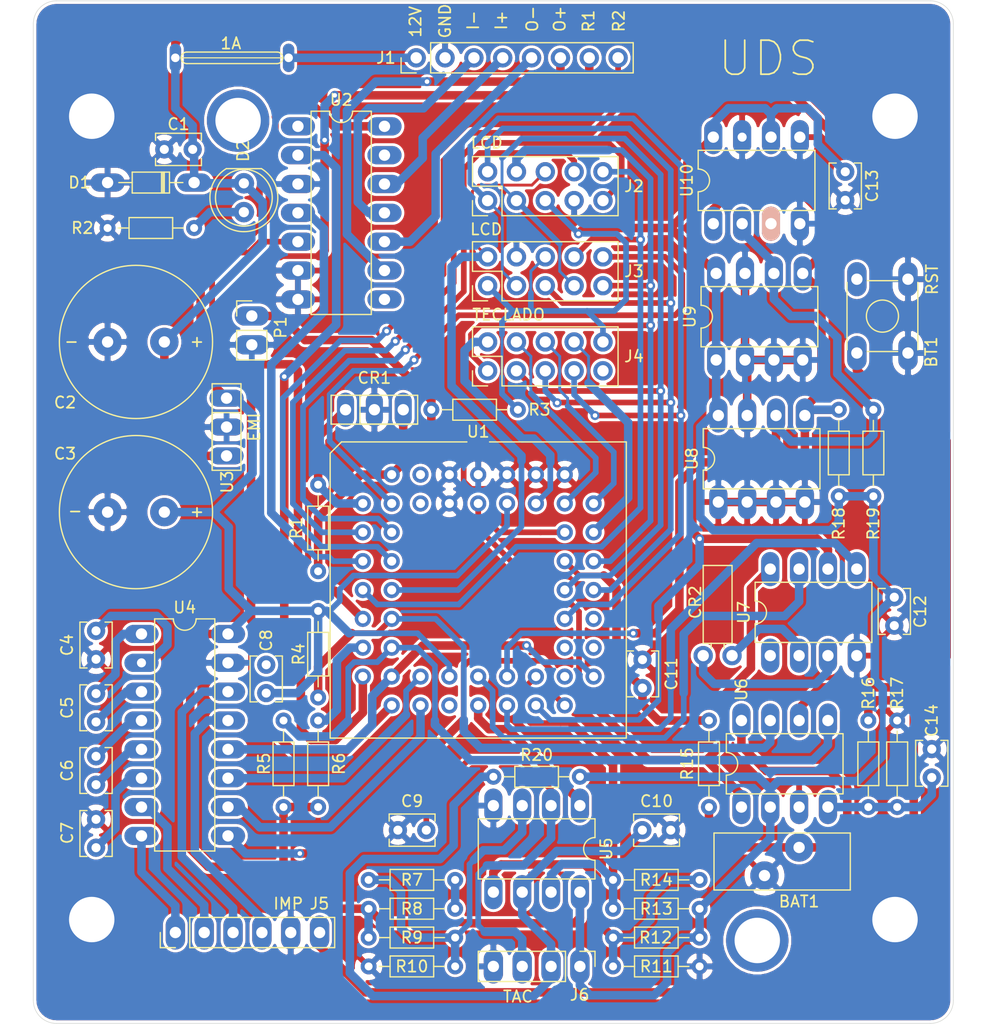
<source format=kicad_pcb>
(kicad_pcb (version 20171130) (host pcbnew "(5.1.12)-1")
  (layers (0 F.Cu signal) (31 B.Cu signal) (34 B.Paste user) (35 F.Paste user) (36 B.SilkS user) (37 F.SilkS user) (38 B.Mask user) (39 F.Mask user) (44 Edge.Cuts user))
  (net 0 "")
  (net 1 Earth)
  (net 2 "Net-(1A1-Pad2)")
  (net 3 "Net-(1A1-Pad1)")
  (net 4 "Net-(BT1-Pad3)")
  (net 5 "Net-(BT1-Pad4)")
  (net 6 "Net-(C8-Pad2)")
  (net 7 "Net-(C9-Pad2)")
  (net 8 "Net-(C10-Pad1)")
  (net 9 "Net-(C11-Pad2)")
  (net 10 "Net-(CR1-Pad1)")
  (net 11 "Net-(CR2-Pad2)")
  (net 12 "Net-(J1-Pad7)")
  (net 13 "Net-(J1-Pad5)")
  (net 14 "Net-(J1-Pad4)")
  (net 15 "Net-(J1-Pad3)")
  (net 16 "Net-(J2-Pad8)")
  (net 17 "Net-(J3-Pad1)")
  (net 18 "Net-(J4-Pad8)")
  (net 19 "Net-(J4-Pad7)")
  (net 20 "Net-(J5-Pad6)")
  (net 21 "Net-(J5-Pad4)")
  (net 22 "Net-(J5-Pad3)")
  (net 23 "Net-(J5-Pad1)")
  (net 24 "Net-(R2-Pad2)")
  (net 25 "Net-(R3-Pad1)")
  (net 26 "Net-(R4-Pad2)")
  (net 27 "Net-(R4-Pad1)")
  (net 28 "Net-(R5-Pad2)")
  (net 29 "Net-(R6-Pad2)")
  (net 30 "Net-(R7-Pad2)")
  (net 31 "Net-(R8-Pad1)")
  (net 32 "Net-(R14-Pad2)")
  (net 33 "Net-(R14-Pad1)")
  (net 34 "Net-(R16-Pad2)")
  (net 35 "Net-(U1-Pad44)")
  (net 36 "Net-(U1-Pad42)")
  (net 37 "Net-(U1-Pad40)")
  (net 38 "Net-(U1-Pad41)")
  (net 39 "Net-(U1-Pad39)")
  (net 40 "Net-(U1-Pad35)")
  (net 41 "Net-(U1-Pad31)")
  (net 42 "Net-(U1-Pad27)")
  (net 43 "Net-(U1-Pad25)")
  (net 44 "Net-(U1-Pad21)")
  (net 45 "Net-(U1-Pad20)")
  (net 46 "Net-(U1-Pad14)")
  (net 47 "Net-(U1-Pad12)")
  (net 48 "Net-(U1-Pad10)")
  (net 49 "Net-(U1-Pad8)")
  (net 50 "Net-(U1-Pad15)")
  (net 51 "Net-(U1-Pad13)")
  (net 52 "Net-(U1-Pad11)")
  (net 53 "Net-(U1-Pad9)")
  (net 54 "Net-(U1-Pad7)")
  (net 55 "Net-(U1-Pad50)")
  (net 56 "Net-(U2-Pad9)")
  (net 57 "Net-(U2-Pad1)")
  (net 58 "Net-(U4-Pad6)")
  (net 59 "Net-(U4-Pad5)")
  (net 60 "Net-(U4-Pad12)")
  (net 61 "Net-(U4-Pad4)")
  (net 62 "Net-(U4-Pad11)")
  (net 63 "Net-(U4-Pad3)")
  (net 64 "Net-(U4-Pad10)")
  (net 65 "Net-(U4-Pad2)")
  (net 66 "Net-(U4-Pad9)")
  (net 67 "Net-(U4-Pad1)")
  (net 68 "Net-(U5-Pad3)")
  (net 69 "Net-(U5-Pad2)")
  (net 70 "Net-(U5-Pad5)")
  (net 71 "Net-(U6-Pad8)")
  (net 72 "Net-(U7-Pad8)")
  (net 73 "Net-(U7-Pad7)")
  (net 74 "Net-(U7-Pad3)")
  (net 75 "Net-(U7-Pad5)")
  (net 76 "Net-(U9-Pad6)")
  (net 77 "Net-(U9-Pad1)")
  (net 78 "Net-(U10-Pad8)")
  (net 79 "Net-(J5-Pad2)")
  (module Package_LCC:PLCC-52_THT-Socket (layer F.Cu) (at 134.4295 111.5695)
    (fp_text reference U1 (at 0 -3.78) (layer F.SilkS))
    (fp_text value 68HC11_PLCC)
    (pad 46 thru_hole circle (at 10.16 2.54) (size 1.4224 1.4224) (drill 0.8) (layers *.Cu *.Mask) (net 18 "Net-(J4-Pad8)"))
    (pad 44 thru_hole circle (at 10.16 5.08) (size 1.4224 1.4224) (drill 0.8) (layers *.Cu *.Mask) (net 35 "Net-(U1-Pad44)"))
    (pad 42 thru_hole circle (at 10.16 7.62) (size 1.4224 1.4224) (drill 0.8) (layers *.Cu *.Mask) (net 36 "Net-(U1-Pad42)"))
    (pad 40 thru_hole circle (at 10.16 10.16) (size 1.4224 1.4224) (drill 0.8) (layers *.Cu *.Mask) (net 37 "Net-(U1-Pad40)"))
    (pad 38 thru_hole circle (at 10.16 12.7) (size 1.4224 1.4224) (drill 0.8) (layers *.Cu *.Mask))
    (pad 36 thru_hole circle (at 10.16 15.24) (size 1.4224 1.4224) (drill 0.8) (layers *.Cu *.Mask))
    (pad 47 thru_hole circle (at 7.62 0) (size 1.4224 1.4224) (drill 0.8) (layers *.Cu *.Mask) (net 1 Earth))
    (pad 45 thru_hole circle (at 7.62 5.08) (size 1.4224 1.4224) (drill 0.8) (layers *.Cu *.Mask) (net 25 "Net-(R3-Pad1)"))
    (pad 43 thru_hole circle (at 7.62 7.62) (size 1.4224 1.4224) (drill 0.8) (layers *.Cu *.Mask) (net 9 "Net-(C11-Pad2)"))
    (pad 41 thru_hole circle (at 7.62 10.16) (size 1.4224 1.4224) (drill 0.8) (layers *.Cu *.Mask) (net 38 "Net-(U1-Pad41)"))
    (pad 39 thru_hole circle (at 7.62 12.7) (size 1.4224 1.4224) (drill 0.8) (layers *.Cu *.Mask) (net 39 "Net-(U1-Pad39)"))
    (pad 37 thru_hole circle (at 7.62 15.24) (size 1.4224 1.4224) (drill 0.8) (layers *.Cu *.Mask))
    (pad 35 thru_hole circle (at 7.62 17.78) (size 1.4224 1.4224) (drill 0.8) (layers *.Cu *.Mask) (net 40 "Net-(U1-Pad35)"))
    (pad 33 thru_hole circle (at 7.62 20.32) (size 1.4224 1.4224) (drill 0.8) (layers *.Cu *.Mask) (net 66 "Net-(U4-Pad9)"))
    (pad 31 thru_hole circle (at 5.08 20.32) (size 1.4224 1.4224) (drill 0.8) (layers *.Cu *.Mask) (net 41 "Net-(U1-Pad31)"))
    (pad 29 thru_hole circle (at 2.54 20.32) (size 1.4224 1.4224) (drill 0.8) (layers *.Cu *.Mask) (net 75 "Net-(U7-Pad5)"))
    (pad 27 thru_hole circle (at 0 20.32) (size 1.4224 1.4224) (drill 0.8) (layers *.Cu *.Mask) (net 42 "Net-(U1-Pad27)"))
    (pad 25 thru_hole circle (at -2.54 20.32) (size 1.4224 1.4224) (drill 0.8) (layers *.Cu *.Mask) (net 43 "Net-(U1-Pad25)"))
    (pad 23 thru_hole circle (at -5.08 20.32) (size 1.4224 1.4224) (drill 0.8) (layers *.Cu *.Mask) (net 64 "Net-(U4-Pad10)"))
    (pad 21 thru_hole circle (at -7.62 20.32) (size 1.4224 1.4224) (drill 0.8) (layers *.Cu *.Mask) (net 44 "Net-(U1-Pad21)"))
    (pad 34 thru_hole circle (at 10.16 17.78) (size 1.4224 1.4224) (drill 0.8) (layers *.Cu *.Mask) (net 60 "Net-(U4-Pad12)"))
    (pad 32 thru_hole circle (at 5.08 17.78) (size 1.4224 1.4224) (drill 0.8) (layers *.Cu *.Mask) (net 33 "Net-(R14-Pad1)"))
    (pad 30 thru_hole circle (at 2.54 17.78) (size 1.4224 1.4224) (drill 0.8) (layers *.Cu *.Mask) (net 76 "Net-(U9-Pad6)"))
    (pad 28 thru_hole circle (at 0 17.78) (size 1.4224 1.4224) (drill 0.8) (layers *.Cu *.Mask) (net 73 "Net-(U7-Pad7)"))
    (pad 26 thru_hole circle (at -2.54 17.78) (size 1.4224 1.4224) (drill 0.8) (layers *.Cu *.Mask) (net 26 "Net-(R4-Pad2)"))
    (pad 24 thru_hole circle (at -5.08 17.78) (size 1.4224 1.4224) (drill 0.8) (layers *.Cu *.Mask) (net 62 "Net-(U4-Pad11)"))
    (pad 22 thru_hole circle (at -7.62 17.78) (size 1.4224 1.4224) (drill 0.8) (layers *.Cu *.Mask) (net 60 "Net-(U4-Pad12)"))
    (pad 20 thru_hole circle (at -10.16 17.78) (size 1.4224 1.4224) (drill 0.8) (layers *.Cu *.Mask) (net 45 "Net-(U1-Pad20)"))
    (pad 18 thru_hole circle (at -10.16 15.24) (size 1.4224 1.4224) (drill 0.8) (layers *.Cu *.Mask) (net 29 "Net-(R6-Pad2)"))
    (pad 16 thru_hole circle (at -10.16 12.7) (size 1.4224 1.4224) (drill 0.8) (layers *.Cu *.Mask) (net 12 "Net-(J1-Pad7)"))
    (pad 14 thru_hole circle (at -10.16 10.16) (size 1.4224 1.4224) (drill 0.8) (layers *.Cu *.Mask) (net 46 "Net-(U1-Pad14)"))
    (pad 12 thru_hole circle (at -10.16 7.62) (size 1.4224 1.4224) (drill 0.8) (layers *.Cu *.Mask) (net 47 "Net-(U1-Pad12)"))
    (pad 10 thru_hole circle (at -10.16 5.08) (size 1.4224 1.4224) (drill 0.8) (layers *.Cu *.Mask) (net 48 "Net-(U1-Pad10)"))
    (pad 8 thru_hole circle (at -10.16 2.54) (size 1.4224 1.4224) (drill 0.8) (layers *.Cu *.Mask) (net 49 "Net-(U1-Pad8)"))
    (pad 19 thru_hole circle (at -7.62 15.24) (size 1.4224 1.4224) (drill 0.8) (layers *.Cu *.Mask) (net 28 "Net-(R5-Pad2)"))
    (pad 17 thru_hole circle (at -7.62 12.7) (size 1.4224 1.4224) (drill 0.8) (layers *.Cu *.Mask) (net 27 "Net-(R4-Pad1)"))
    (pad 15 thru_hole circle (at -7.62 10.16) (size 1.4224 1.4224) (drill 0.8) (layers *.Cu *.Mask) (net 50 "Net-(U1-Pad15)"))
    (pad 13 thru_hole circle (at -7.62 7.62) (size 1.4224 1.4224) (drill 0.8) (layers *.Cu *.Mask) (net 51 "Net-(U1-Pad13)"))
    (pad 11 thru_hole circle (at -7.62 5.08) (size 1.4224 1.4224) (drill 0.8) (layers *.Cu *.Mask) (net 52 "Net-(U1-Pad11)"))
    (pad 9 thru_hole circle (at -7.62 2.54) (size 1.4224 1.4224) (drill 0.8) (layers *.Cu *.Mask) (net 53 "Net-(U1-Pad9)"))
    (pad 49 thru_hole circle (at 5.08 0) (size 1.4224 1.4224) (drill 0.8) (layers *.Cu *.Mask) (net 1 Earth))
    (pad 51 thru_hole circle (at 2.54 0) (size 1.4224 1.4224) (drill 0.8) (layers *.Cu *.Mask) (net 1 Earth))
    (pad 7 thru_hole circle (at -7.62 0) (size 1.4224 1.4224) (drill 0.8) (layers *.Cu *.Mask) (net 54 "Net-(U1-Pad7)"))
    (pad 5 thru_hole circle (at -5.08 0) (size 1.4224 1.4224) (drill 0.8) (layers *.Cu *.Mask))
    (pad 3 thru_hole circle (at -2.54 0) (size 1.4224 1.4224) (drill 0.8) (layers *.Cu *.Mask) (net 1 Earth))
    (pad 1 thru_hole oval (at 0 0) (size 1.4224 1.4224) (drill 0.8) (layers *.Cu *.Mask) (net 1 Earth))
    (pad 48 thru_hole circle (at 7.62 2.54) (size 1.4224 1.4224) (drill 0.8) (layers *.Cu *.Mask) (net 19 "Net-(J4-Pad7)"))
    (pad 50 thru_hole circle (at 5.08 2.54) (size 1.4224 1.4224) (drill 0.8) (layers *.Cu *.Mask) (net 55 "Net-(U1-Pad50)"))
    (pad 52 thru_hole circle (at 2.54 2.54) (size 1.4224 1.4224) (drill 0.8) (layers *.Cu *.Mask) (net 26 "Net-(R4-Pad2)"))
    (pad 6 thru_hole circle (at -5.08 2.54) (size 1.4224 1.4224) (drill 0.8) (layers *.Cu *.Mask))
    (pad 4 thru_hole circle (at -2.54 2.54) (size 1.4224 1.4224) (drill 0.8) (layers *.Cu *.Mask) (net 1 Earth))
    (pad 2 thru_hole circle (at 0 2.54) (size 1.4224 1.4224) (drill 0.8) (layers *.Cu *.Mask) (net 72 "Net-(U7-Pad8)"))
  )
  (module Package_DIP:DIP-8_W7.62mm (layer F.Cu) (at 155.1305 89.4715 90)
    (fp_text reference U10 (at 3.81 -2.33 90) (layer F.SilkS))
    (fp_text value na)
    (pad 8 thru_hole oval (at 7.62 0 90) (size 3 1.6) (drill 1) (layers *.Cu *.Mask) (net 17 "Net-(J3-Pad1)"))
    (pad 4 thru_hole oval (at 0 7.62 90) (size 3 1.6) (drill 1) (layers *.Cu *.Mask) (net 1 Earth))
    (pad 7 thru_hole oval (at 7.62 2.54 90) (size 3 1.6) (drill 0.8) (layers *.Cu *.Mask) (net 1 Earth))
    (pad 3 thru_hole oval (at 0 5.08 90) (size 3 1.6) (drill 1) (layers *.Cu *.Mask B.SilkS))
    (pad 6 thru_hole oval (at 7.62 5.08 90) (size 3 1.6) (drill 1) (layers *.Cu *.Mask) (net 78 "Net-(U10-Pad8)"))
    (pad 2 thru_hole oval (at 0 2.54 90) (size 3 1.6) (drill 1) (layers *.Cu *.Mask) (net 76 "Net-(U9-Pad6)"))
    (pad 5 thru_hole oval (at 7.62 7.62 90) (size 3 1.6) (drill 1) (layers *.Cu *.Mask) (net 1 Earth))
    (pad 1 thru_hole oval (at 0 0 90) (size 3 1.6) (drill 1) (layers *.Cu *.Mask) (net 41 "Net-(U1-Pad31)"))
  )
  (module Package_DIP:DIP-8_W7.62mm (layer F.Cu) (at 155.3845 101.473 90)
    (fp_text reference U9 (at 3.81 -2.33 90) (layer F.SilkS))
    (fp_text value na)
    (pad 8 thru_hole oval (at 7.62 0 90) (size 3 1.6) (drill 1) (layers *.Cu *.Mask) (net 17 "Net-(J3-Pad1)"))
    (pad 4 thru_hole oval (at 0 7.62 90) (size 3 1.6) (drill 1) (layers *.Cu *.Mask) (net 1 Earth))
    (pad 7 thru_hole oval (at 7.62 2.54 90) (size 3 1.6) (drill 1) (layers *.Cu *.Mask) (net 1 Earth))
    (pad 3 thru_hole oval (at 0 5.08 90) (size 3 1.6) (drill 1) (layers *.Cu *.Mask) (net 1 Earth))
    (pad 6 thru_hole oval (at 7.62 5.08 90) (size 3 1.6) (drill 1) (layers *.Cu *.Mask) (net 76 "Net-(U9-Pad6)"))
    (pad 2 thru_hole oval (at 0 2.54 90) (size 3 1.6) (drill 1) (layers *.Cu *.Mask) (net 1 Earth))
    (pad 5 thru_hole oval (at 7.62 7.62 90) (size 3 1.6) (drill 1) (layers *.Cu *.Mask) (net 41 "Net-(U1-Pad31)"))
    (pad 1 thru_hole oval (at 0 0 90) (size 3 1.6) (drill 1) (layers *.Cu *.Mask) (net 77 "Net-(U9-Pad1)"))
  )
  (module Package_DIP:DIP-8_W7.62mm (layer F.Cu) (at 155.575 113.9825 90)
    (fp_text reference U8 (at 3.81 -2.33 90) (layer F.SilkS))
    (fp_text value na)
    (pad 8 thru_hole oval (at 7.62 0 90) (size 3 1.6) (drill 1) (layers *.Cu *.Mask) (net 77 "Net-(U9-Pad1)"))
    (pad 4 thru_hole oval (at 0 7.62 90) (size 3 1.6) (drill 1) (layers *.Cu *.Mask) (net 1 Earth))
    (pad 7 thru_hole oval (at 7.62 2.54 90) (size 3 1.6) (drill 1) (layers *.Cu *.Mask) (net 1 Earth))
    (pad 3 thru_hole oval (at 0 5.08 90) (size 3 1.6) (drill 1) (layers *.Cu *.Mask) (net 1 Earth))
    (pad 6 thru_hole oval (at 7.62 5.08 90) (size 3 1.6) (drill 1) (layers *.Cu *.Mask) (net 76 "Net-(U9-Pad6)"))
    (pad 2 thru_hole oval (at 0 2.54 90) (size 3 1.6) (drill 1) (layers *.Cu *.Mask) (net 1 Earth))
    (pad 5 thru_hole oval (at 7.62 7.62 90) (size 3 1.6) (drill 1) (layers *.Cu *.Mask) (net 41 "Net-(U1-Pad31)"))
    (pad 1 thru_hole oval (at 0 0 90) (size 3 1.6) (drill 1) (layers *.Cu *.Mask) (net 1 Earth))
  )
  (module Package_DIP:DIP-8_W7.62mm (layer F.Cu) (at 160.147 127.508 90)
    (fp_text reference U7 (at 3.81 -2.33 90) (layer F.SilkS))
    (fp_text value na)
    (pad 8 thru_hole oval (at 7.62 0 90) (size 3 1.6) (drill 1) (layers *.Cu *.Mask) (net 72 "Net-(U7-Pad8)"))
    (pad 4 thru_hole oval (at 0 7.62 90) (size 3 1.6) (drill 1) (layers *.Cu *.Mask) (net 1 Earth))
    (pad 7 thru_hole oval (at 7.62 2.54 90) (size 3 1.6) (drill 1) (layers *.Cu *.Mask) (net 73 "Net-(U7-Pad7)"))
    (pad 3 thru_hole oval (at 0 5.08 90) (size 3 1.6) (drill 1) (layers *.Cu *.Mask) (net 74 "Net-(U7-Pad3)"))
    (pad 6 thru_hole oval (at 7.62 5.08 90) (size 3 1.6) (drill 1) (layers *.Cu *.Mask) (net 41 "Net-(U1-Pad31)"))
    (pad 2 thru_hole oval (at 0 2.54 90) (size 3 1.6) (drill 1) (layers *.Cu *.Mask) (net 11 "Net-(CR2-Pad2)"))
    (pad 5 thru_hole oval (at 7.62 7.62 90) (size 3 1.6) (drill 1) (layers *.Cu *.Mask) (net 75 "Net-(U7-Pad5)"))
    (pad 1 thru_hole oval (at 0 0 90) (size 3 1.6) (drill 1) (layers *.Cu *.Mask))
  )
  (module Package_DIP:DIP-8_W7.62mm (layer F.Cu) (at 157.607 140.843 90)
    (fp_text reference U6 (at 10.3505 0 90) (layer F.SilkS))
    (fp_text value na)
    (pad 8 thru_hole oval (at 7.62 0 90) (size 3 1.6) (drill 1) (layers *.Cu *.Mask) (net 71 "Net-(U6-Pad8)"))
    (pad 4 thru_hole oval (at 0 7.62 90) (size 3 1.6) (drill 1) (layers *.Cu *.Mask) (net 34 "Net-(R16-Pad2)"))
    (pad 7 thru_hole oval (at 7.62 2.54 90) (size 3 1.6) (drill 1) (layers *.Cu *.Mask) (net 27 "Net-(R4-Pad1)"))
    (pad 3 thru_hole oval (at 0 5.08 90) (size 3 1.6) (drill 1) (layers *.Cu *.Mask) (net 1 Earth))
    (pad 6 thru_hole oval (at 7.62 5.08 90) (size 3 1.6) (drill 1) (layers *.Cu *.Mask) (net 5 "Net-(BT1-Pad4)"))
    (pad 2 thru_hole oval (at 0 2.54 90) (size 3 1.6) (drill 1) (layers *.Cu *.Mask) (net 77 "Net-(U9-Pad1)"))
    (pad 5 thru_hole oval (at 7.62 7.62 90) (size 3 1.6) (drill 1) (layers *.Cu *.Mask) (net 28 "Net-(R5-Pad2)"))
    (pad 1 thru_hole oval (at 0 0 90) (size 3 1.6) (drill 1) (layers *.Cu *.Mask F.Paste) (net 72 "Net-(U7-Pad8)"))
  )
  (module Package_DIP:DIP-8_W7.62mm (layer F.Cu) (at 143.383 140.716 270)
    (fp_text reference U5 (at 3.81 -2.33 90) (layer F.SilkS))
    (fp_text value na)
    (pad 8 thru_hole oval (at 7.62 0 270) (size 3 1.6) (drill 1) (layers *.Cu *.Mask) (net 31 "Net-(R8-Pad1)"))
    (pad 4 thru_hole oval (at 0 7.62 270) (size 3 1.6) (drill 1) (layers *.Cu *.Mask) (net 1 Earth))
    (pad 7 thru_hole oval (at 7.62 2.54 270) (size 3 1.6) (drill 1) (layers *.Cu *.Mask) (net 33 "Net-(R14-Pad1)"))
    (pad 3 thru_hole oval (at 0 5.08 270) (size 3 1.6) (drill 1) (layers *.Cu *.Mask) (net 68 "Net-(U5-Pad3)"))
    (pad 6 thru_hole oval (at 7.62 5.08 270) (size 3 1.6) (drill 1) (layers *.Cu *.Mask) (net 8 "Net-(C10-Pad1)"))
    (pad 2 thru_hole oval (at 0 2.54 270) (size 3 1.6) (drill 1) (layers *.Cu *.Mask) (net 7 "Net-(C9-Pad2)"))
    (pad 5 thru_hole oval (at 7.62 7.62 270) (size 3 1.6) (drill 1) (layers *.Cu *.Mask) (net 70 "Net-(U5-Pad5)"))
    (pad 1 thru_hole oval (at 0 0 270) (size 3 1.6) (drill 1) (layers *.Cu *.Mask) (net 42 "Net-(U1-Pad27)"))
  )
  (module Package_DIP:DIP-16_W7.62mm (layer F.Cu) (at 104.775 125.603)
    (fp_text reference U4 (at 3.81 -2.33) (layer F.SilkS))
    (fp_text value na)
    (pad 16 thru_hole oval (at 7.62 0) (size 3 1.6) (drill 1) (layers *.Cu *.Mask) (net 31 "Net-(R8-Pad1)"))
    (pad 8 thru_hole oval (at 0 17.78) (size 3 1.6) (drill 1) (layers *.Cu *.Mask) (net 23 "Net-(J5-Pad1)"))
    (pad 15 thru_hole oval (at 7.62 2.54) (size 3 1.6) (drill 1) (layers *.Cu *.Mask) (net 1 Earth))
    (pad 7 thru_hole oval (at 0 15.24) (size 3 1.6) (drill 1) (layers *.Cu *.Mask) (net 79 "Net-(J5-Pad2)"))
    (pad 14 thru_hole oval (at 7.62 5.08) (size 3 1.6) (drill 1) (layers *.Cu *.Mask) (net 22 "Net-(J5-Pad3)"))
    (pad 6 thru_hole oval (at 0 12.7) (size 3 1.6) (drill 1) (layers *.Cu *.Mask) (net 58 "Net-(U4-Pad6)"))
    (pad 13 thru_hole oval (at 7.62 7.62) (size 3 1.6) (drill 1) (layers *.Cu *.Mask) (net 21 "Net-(J5-Pad4)"))
    (pad 5 thru_hole oval (at 0 10.16) (size 3 1.6) (drill 1) (layers *.Cu *.Mask) (net 59 "Net-(U4-Pad5)"))
    (pad 12 thru_hole oval (at 7.62 10.16) (size 3 1.6) (drill 1) (layers *.Cu *.Mask) (net 60 "Net-(U4-Pad12)"))
    (pad 4 thru_hole oval (at 0 7.62) (size 3 1.6) (drill 1) (layers *.Cu *.Mask) (net 61 "Net-(U4-Pad4)"))
    (pad 11 thru_hole oval (at 7.62 12.7) (size 3 1.6) (drill 1) (layers *.Cu *.Mask) (net 62 "Net-(U4-Pad11)"))
    (pad 3 thru_hole oval (at 0 5.08) (size 3 1.6) (drill 1) (layers *.Cu *.Mask) (net 63 "Net-(U4-Pad3)"))
    (pad 10 thru_hole oval (at 7.62 15.24) (size 3 1.6) (drill 1) (layers *.Cu *.Mask) (net 64 "Net-(U4-Pad10)"))
    (pad 2 thru_hole oval (at 0 2.54) (size 3 1.6) (drill 0.8) (layers *.Cu *.Mask) (net 65 "Net-(U4-Pad2)"))
    (pad 9 thru_hole oval (at 7.62 17.78) (size 3 1.6) (drill 1) (layers *.Cu *.Mask) (net 66 "Net-(U4-Pad9)"))
    (pad 1 thru_hole oval (at 0 0) (size 3 1.6) (drill 1) (layers *.Cu *.Mask) (net 67 "Net-(U4-Pad1)"))
  )
  (module PCB_N2:Crystal_PIN-3 (layer F.Cu) (at 112.268 107.3785 270)
    (fp_text reference U3 (at 4.8387 -0.0508 90) (layer F.SilkS))
    (fp_text value na)
    (pad 1 thru_hole oval (at -2.54 0 270) (size 1.5 3) (drill 1) (layers *.Cu *.Mask) (net 26 "Net-(R4-Pad2)"))
    (pad 3 thru_hole oval (at 2.54 0 270) (size 1.5 3) (drill 1) (layers *.Cu *.Mask) (net 3 "Net-(1A1-Pad1)"))
    (pad 2 thru_hole oval (at 0 0 270) (size 1.5 3) (drill 1) (layers *.Cu *.Mask) (net 1 Earth))
  )
  (module Package_DIP:DIP-14_W7.62mm (layer F.Cu) (at 118.5545 80.899)
    (fp_text reference U2 (at 3.81 -2.33) (layer F.SilkS))
    (fp_text value na)
    (pad 14 thru_hole oval (at 7.62 0) (size 3 1.6) (drill 1) (layers *.Cu *.Mask) (net 26 "Net-(R4-Pad2)"))
    (pad 7 thru_hole oval (at 0 15.24) (size 3 1.6) (drill 1) (layers *.Cu *.Mask) (net 1 Earth))
    (pad 13 thru_hole oval (at 7.62 2.54) (size 3 1.6) (drill 1) (layers *.Cu *.Mask))
    (pad 6 thru_hole oval (at 0 12.7) (size 3 1.6) (drill 1) (layers *.Cu *.Mask) (net 1 Earth))
    (pad 12 thru_hole oval (at 7.62 5.08) (size 3 1.6) (drill 1) (layers *.Cu *.Mask) (net 14 "Net-(J1-Pad4)"))
    (pad 5 thru_hole oval (at 0 10.16) (size 3 1.6) (drill 1) (layers *.Cu *.Mask) (net 44 "Net-(U1-Pad21)"))
    (pad 11 thru_hole oval (at 7.62 7.62) (size 3 1.6) (drill 1) (layers *.Cu *.Mask) (net 15 "Net-(J1-Pad3)"))
    (pad 4 thru_hole oval (at 0 7.62) (size 3 1.6) (drill 1) (layers *.Cu *.Mask) (net 47 "Net-(U1-Pad12)"))
    (pad 10 thru_hole oval (at 7.62 10.16) (size 3 1.6) (drill 1) (layers *.Cu *.Mask) (net 13 "Net-(J1-Pad5)"))
    (pad 3 thru_hole oval (at 0 5.08) (size 3 1.6) (drill 1) (layers *.Cu *.Mask) (net 1 Earth))
    (pad 9 thru_hole oval (at 7.62 12.7) (size 3 1.6) (drill 1) (layers *.Cu *.Mask) (net 56 "Net-(U2-Pad9)"))
    (pad 2 thru_hole oval (at 0 2.54) (size 3 1.6) (drill 1) (layers *.Cu *.Mask) (net 45 "Net-(U1-Pad20)"))
    (pad 8 thru_hole oval (at 7.62 15.24) (size 3 1.6) (drill 1) (layers *.Cu *.Mask))
    (pad 1 thru_hole oval (at 0 0) (size 3 1.6) (drill 1) (layers *.Cu *.Mask) (net 57 "Net-(U2-Pad1)"))
  )
  (module Resistor_THT:R_Axial_DIN0204_L3.6mm_D1.6mm_P7.62mm_Horizontal (layer F.Cu) (at 135.763 138.176)
    (fp_text reference R20 (at 3.81 -1.92) (layer F.SilkS))
    (fp_text value na)
    (pad 2 thru_hole oval (at 7.62 0) (size 1.4 1.4) (drill 0.7) (layers *.Cu *.Mask) (net 77 "Net-(U9-Pad1)"))
    (pad 1 thru_hole circle (at 0 0) (size 1.4 1.4) (drill 0.7) (layers *.Cu *.Mask) (net 8 "Net-(C10-Pad1)"))
  )
  (module Resistor_THT:R_Axial_DIN0204_L3.6mm_D1.6mm_P7.62mm_Horizontal (layer F.Cu) (at 169.2275 113.4745 90)
    (fp_text reference R19 (at -2.413 0 90) (layer F.SilkS))
    (fp_text value na)
    (pad 2 thru_hole oval (at 7.62 0 90) (size 1.4 1.4) (drill 0.7) (layers *.Cu *.Mask) (net 76 "Net-(U9-Pad6)"))
    (pad 1 thru_hole circle (at 0 0 90) (size 1.4 1.4) (drill 0.7) (layers *.Cu *.Mask) (net 77 "Net-(U9-Pad1)"))
  )
  (module Resistor_THT:R_Axial_DIN0204_L3.6mm_D1.6mm_P7.62mm_Horizontal (layer F.Cu) (at 166.1795 113.4745 90)
    (fp_text reference R18 (at -2.413 0 90) (layer F.SilkS))
    (fp_text value na)
    (pad 2 thru_hole oval (at 7.62 0 90) (size 1.4 1.4) (drill 0.7) (layers *.Cu *.Mask) (net 41 "Net-(U1-Pad31)"))
    (pad 1 thru_hole circle (at 0 0 90) (size 1.4 1.4) (drill 0.7) (layers *.Cu *.Mask) (net 77 "Net-(U9-Pad1)"))
  )
  (module Resistor_THT:R_Axial_DIN0204_L3.6mm_D1.6mm_P7.62mm_Horizontal (layer F.Cu) (at 171.323 133.223 270)
    (fp_text reference R17 (at -2.413 0 90) (layer F.SilkS))
    (fp_text value na)
    (pad 2 thru_hole oval (at 7.62 0 270) (size 1.4 1.4) (drill 0.7) (layers *.Cu *.Mask) (net 34 "Net-(R16-Pad2)"))
    (pad 1 thru_hole circle (at 0 0 270) (size 1.4 1.4) (drill 0.7) (layers *.Cu *.Mask) (net 1 Earth))
  )
  (module Resistor_THT:R_Axial_DIN0204_L3.6mm_D1.6mm_P7.62mm_Horizontal (layer F.Cu) (at 168.783 133.223 270)
    (fp_text reference R16 (at -2.413 0 90) (layer F.SilkS))
    (fp_text value na)
    (pad 2 thru_hole oval (at 7.62 0 270) (size 1.4 1.4) (drill 0.7) (layers *.Cu *.Mask) (net 34 "Net-(R16-Pad2)"))
    (pad 1 thru_hole circle (at 0 0 270) (size 1.4 1.4) (drill 0.7) (layers *.Cu *.Mask) (net 20 "Net-(J5-Pad6)"))
  )
  (module Resistor_THT:R_Axial_DIN0204_L3.6mm_D1.6mm_P7.62mm_Horizontal (layer F.Cu) (at 154.7495 140.843 90)
    (fp_text reference R15 (at 3.81 -1.92 90) (layer F.SilkS))
    (fp_text value na)
    (pad 2 thru_hole circle (at 7.62 0 90) (size 1.4 1.4) (drill 0.7) (layers *.Cu *.Mask) (net 9 "Net-(C11-Pad2)"))
    (pad 1 thru_hole circle (at 0 0 90) (size 1.4 1.4) (drill 0.7) (layers *.Cu *.Mask) (net 71 "Net-(U6-Pad8)"))
  )
  (module Resistor_THT:R_Axial_DIN0204_L3.6mm_D1.6mm_P7.62mm_Horizontal (layer F.Cu) (at 146.304 147.2565)
    (fp_text reference R14 (at 3.81 0) (layer F.SilkS))
    (fp_text value na)
    (pad 2 thru_hole oval (at 7.62 0) (size 1.4 1.4) (drill 0.7) (layers *.Cu *.Mask) (net 32 "Net-(R14-Pad2)"))
    (pad 1 thru_hole circle (at 0 0) (size 1.4 1.4) (drill 0.7) (layers *.Cu *.Mask) (net 33 "Net-(R14-Pad1)"))
  )
  (module Resistor_THT:R_Axial_DIN0204_L3.6mm_D1.6mm_P7.62mm_Horizontal (layer F.Cu) (at 146.304 149.7965)
    (fp_text reference R13 (at 3.81 0) (layer F.SilkS))
    (fp_text value na)
    (pad 2 thru_hole oval (at 7.62 0) (size 1.4 1.4) (drill 0.7) (layers *.Cu *.Mask) (net 77 "Net-(U9-Pad1)"))
    (pad 1 thru_hole circle (at 0 0) (size 1.4 1.4) (drill 0.7) (layers *.Cu *.Mask) (net 33 "Net-(R14-Pad1)"))
  )
  (module Resistor_THT:R_Axial_DIN0204_L3.6mm_D1.6mm_P7.62mm_Horizontal (layer F.Cu) (at 146.304 152.3365)
    (fp_text reference R12 (at 3.7465 0) (layer F.SilkS))
    (fp_text value na)
    (pad 2 thru_hole oval (at 7.62 0) (size 1.4 1.4) (drill 0.7) (layers *.Cu *.Mask) (net 77 "Net-(U9-Pad1)"))
    (pad 1 thru_hole circle (at 0 0) (size 1.4 1.4) (drill 0.7) (layers *.Cu *.Mask) (net 70 "Net-(U5-Pad5)"))
  )
  (module Resistor_THT:R_Axial_DIN0204_L3.6mm_D1.6mm_P7.62mm_Horizontal (layer F.Cu) (at 146.304 154.8765)
    (fp_text reference R11 (at 3.81 0) (layer F.SilkS))
    (fp_text value na)
    (pad 2 thru_hole oval (at 7.62 0) (size 1.4 1.4) (drill 0.7) (layers *.Cu *.Mask) (net 1 Earth))
    (pad 1 thru_hole circle (at 0 0) (size 1.4 1.4) (drill 0.7) (layers *.Cu *.Mask) (net 32 "Net-(R14-Pad2)"))
  )
  (module Resistor_THT:R_Axial_DIN0204_L3.6mm_D1.6mm_P7.62mm_Horizontal (layer F.Cu) (at 124.7775 154.8765)
    (fp_text reference R10 (at 3.81 0) (layer F.SilkS))
    (fp_text value na)
    (pad 2 thru_hole oval (at 7.62 0) (size 1.4 1.4) (drill 0.7) (layers *.Cu *.Mask) (net 68 "Net-(U5-Pad3)"))
    (pad 1 thru_hole circle (at 0 0) (size 1.4 1.4) (drill 0.7) (layers *.Cu *.Mask) (net 1 Earth))
  )
  (module Resistor_THT:R_Axial_DIN0204_L3.6mm_D1.6mm_P7.62mm_Horizontal (layer F.Cu) (at 124.7775 152.3365)
    (fp_text reference R9 (at 3.81 0) (layer F.SilkS))
    (fp_text value na)
    (pad 2 thru_hole oval (at 7.62 0) (size 1.4 1.4) (drill 0.7) (layers *.Cu *.Mask) (net 68 "Net-(U5-Pad3)"))
    (pad 1 thru_hole circle (at 0 0) (size 1.4 1.4) (drill 0.7) (layers *.Cu *.Mask) (net 31 "Net-(R8-Pad1)"))
  )
  (module Resistor_THT:R_Axial_DIN0204_L3.6mm_D1.6mm_P7.62mm_Horizontal (layer F.Cu) (at 124.7775 149.7965)
    (fp_text reference R8 (at 3.81 0) (layer F.SilkS))
    (fp_text value na)
    (pad 2 thru_hole oval (at 7.62 0) (size 1.4 1.4) (drill 0.7) (layers *.Cu *.Mask) (net 30 "Net-(R7-Pad2)"))
    (pad 1 thru_hole circle (at 0 0) (size 1.4 1.4) (drill 0.7) (layers *.Cu *.Mask) (net 31 "Net-(R8-Pad1)"))
  )
  (module Resistor_THT:R_Axial_DIN0204_L3.6mm_D1.6mm_P7.62mm_Horizontal (layer F.Cu) (at 124.7775 147.2565)
    (fp_text reference R7 (at 3.81 0) (layer F.SilkS))
    (fp_text value na)
    (pad 2 thru_hole oval (at 7.62 0) (size 1.4 1.4) (drill 0.7) (layers *.Cu *.Mask) (net 30 "Net-(R7-Pad2)"))
    (pad 1 thru_hole circle (at 0 0) (size 1.4 1.4) (drill 0.7) (layers *.Cu *.Mask) (net 68 "Net-(U5-Pad3)"))
  )
  (module Resistor_THT:R_Axial_DIN0204_L3.6mm_D1.6mm_P7.62mm_Horizontal (layer F.Cu) (at 120.3325 140.843 90)
    (fp_text reference R6 (at 3.81 1.8415 90) (layer F.SilkS))
    (fp_text value na)
    (pad 2 thru_hole oval (at 7.62 0 90) (size 1.4 1.4) (drill 0.7) (layers *.Cu *.Mask) (net 29 "Net-(R6-Pad2)"))
    (pad 1 thru_hole circle (at 0 0 90) (size 1.4 1.4) (drill 0.7) (layers *.Cu *.Mask) (net 31 "Net-(R8-Pad1)"))
  )
  (module Resistor_THT:R_Axial_DIN0204_L3.6mm_D1.6mm_P7.62mm_Horizontal (layer F.Cu) (at 117.2845 140.843 90)
    (fp_text reference R5 (at 3.81 -1.7145 90) (layer F.SilkS))
    (fp_text value na)
    (pad 2 thru_hole oval (at 7.62 0 90) (size 1.4 1.4) (drill 0.7) (layers *.Cu *.Mask) (net 28 "Net-(R5-Pad2)"))
    (pad 1 thru_hole circle (at 0 0 90) (size 1.4 1.4) (drill 0.7) (layers *.Cu *.Mask) (net 31 "Net-(R8-Pad1)"))
  )
  (module Resistor_THT:R_Axial_DIN0204_L3.6mm_D1.6mm_P7.62mm_Horizontal (layer F.Cu) (at 120.3325 131.191 90)
    (fp_text reference R4 (at 3.81 -1.7145 90) (layer F.SilkS))
    (fp_text value na)
    (pad 2 thru_hole oval (at 7.62 0 90) (size 1.4 1.4) (drill 0.7) (layers *.Cu *.Mask) (net 26 "Net-(R4-Pad2)"))
    (pad 1 thru_hole circle (at 0 0 90) (size 1.4 1.4) (drill 0.7) (layers *.Cu *.Mask) (net 27 "Net-(R4-Pad1)"))
  )
  (module Resistor_THT:R_Axial_DIN0204_L3.6mm_D1.6mm_P7.62mm_Horizontal (layer F.Cu) (at 130.302 105.8545)
    (fp_text reference R3 (at 9.525 0) (layer F.SilkS))
    (fp_text value na)
    (pad 2 thru_hole oval (at 7.62 0) (size 1.4 1.4) (drill 0.7) (layers *.Cu *.Mask) (net 17 "Net-(J3-Pad1)"))
    (pad 1 thru_hole circle (at 0 0) (size 1.4 1.4) (drill 0.7) (layers *.Cu *.Mask) (net 25 "Net-(R3-Pad1)"))
  )
  (module Resistor_THT:R_Axial_DIN0204_L3.6mm_D1.6mm_P7.62mm_Horizontal (layer F.Cu) (at 101.7905 89.8525)
    (fp_text reference R2 (at -2.2225 0) (layer F.SilkS))
    (fp_text value na)
    (pad 2 thru_hole oval (at 7.62 0) (size 1.4 1.4) (drill 0.7) (layers *.Cu *.Mask) (net 24 "Net-(R2-Pad2)"))
    (pad 1 thru_hole circle (at 0 0) (size 1.4 1.4) (drill 0.7) (layers *.Cu *.Mask) (net 1 Earth))
  )
  (module Resistor_THT:R_Axial_DIN0204_L3.6mm_D1.6mm_P7.62mm_Horizontal (layer F.Cu) (at 120.3325 120.0785 90)
    (fp_text reference R1 (at 3.81 -1.92 90) (layer F.SilkS))
    (fp_text value na)
    (pad 2 thru_hole oval (at 7.62 0 90) (size 1.4 1.4) (drill 0.7) (layers *.Cu *.Mask) (net 10 "Net-(CR1-Pad1)"))
    (pad 1 thru_hole circle (at 0 0 90) (size 1.4 1.4) (drill 0.7) (layers *.Cu *.Mask) (net 54 "Net-(U1-Pad7)"))
  )
  (module Connector_PinHeader_2.54mm:PinHeader_1x02_P2.54mm_Vertical (layer F.Cu) (at 114.4905 97.5995)
    (fp_text reference P1 (at 2.54 1.016 90) (layer F.SilkS))
    (fp_text value Conn_01x02)
    (pad 2 thru_hole oval (at 0 2.54) (size 3 1.7) (drill 1) (layers *.Cu *.Mask) (net 1 Earth))
    (pad 1 thru_hole oval (at 0 0) (size 3 1.7) (drill 1) (layers *.Cu *.Mask) (net 25 "Net-(R3-Pad1)"))
  )
  (module Connector_PinHeader_2.54mm:PinHeader_1x04_P2.54mm_Vertical (layer F.Cu) (at 143.383 154.8765 270)
    (fp_text reference J6 (at 2.5019 0.0254 180) (layer F.SilkS))
    (fp_text value TAC)
    (pad 4 thru_hole oval (at 0 7.62 270) (size 3 1.7) (drill 1) (layers *.Cu *.Mask) (net 1 Earth))
    (pad 3 thru_hole oval (at 0 5.08 270) (size 3 1.7) (drill 1) (layers *.Cu *.Mask) (net 69 "Net-(U5-Pad2)"))
    (pad 2 thru_hole oval (at 0 2.54 270) (size 3 1.7) (drill 1) (layers *.Cu *.Mask) (net 8 "Net-(C10-Pad1)"))
    (pad 1 thru_hole oval (at 0 0 270) (size 3 1.7) (drill 1) (layers *.Cu *.Mask) (net 77 "Net-(U9-Pad1)"))
  )
  (module Connector_PinHeader_2.54mm:PinHeader_1x06_P2.54mm_Vertical (layer F.Cu) (at 107.7595 151.892 90)
    (fp_text reference J5 (at 2.54 12.6873 180) (layer F.SilkS))
    (fp_text value IMP)
    (pad 6 thru_hole oval (at 0 12.7 90) (size 3 1.7) (drill 1) (layers *.Cu *.Mask) (net 20 "Net-(J5-Pad6)"))
    (pad 5 thru_hole oval (at 0 10.16 90) (size 3 1.7) (drill 1) (layers *.Cu *.Mask) (net 1 Earth))
    (pad 4 thru_hole oval (at 0 7.62 90) (size 3 1.7) (drill 1) (layers *.Cu *.Mask) (net 21 "Net-(J5-Pad4)"))
    (pad 3 thru_hole oval (at 0 5.08 90) (size 3 1.7) (drill 1) (layers *.Cu *.Mask) (net 22 "Net-(J5-Pad3)"))
    (pad 2 thru_hole oval (at 0 2.54 90) (size 3 1.7) (drill 1) (layers *.Cu *.Mask) (net 79 "Net-(J5-Pad2)"))
    (pad 1 thru_hole oval (at 0 0 90) (size 3 1.7) (drill 1) (layers *.Cu *.Mask) (net 23 "Net-(J5-Pad1)"))
  )
  (module Connector_PinHeader_2.54mm:PinHeader_2x05_P2.54mm_Vertical (layer F.Cu) (at 135.255 102.4255 90)
    (fp_text reference J4 (at 1.27 12.8905 180) (layer F.SilkS))
    (fp_text value Teclado)
    (pad 10 thru_hole oval (at 2.54 10.16 90) (size 1.7 1.7) (drill 1) (layers *.Cu *.Mask) (net 17 "Net-(J3-Pad1)"))
    (pad 5 thru_hole oval (at 0 10.16 90) (size 1.7 1.7) (drill 1) (layers *.Cu *.Mask))
    (pad 9 thru_hole oval (at 2.54 7.62 90) (size 1.7 1.7) (drill 1) (layers *.Cu *.Mask) (net 35 "Net-(U1-Pad44)"))
    (pad 4 thru_hole oval (at 0 7.62 90) (size 1.7 1.7) (drill 1) (layers *.Cu *.Mask) (net 39 "Net-(U1-Pad39)"))
    (pad 8 thru_hole oval (at 2.54 5.08 90) (size 1.7 1.7) (drill 1) (layers *.Cu *.Mask) (net 18 "Net-(J4-Pad8)"))
    (pad 3 thru_hole oval (at 0 5.08 90) (size 1.7 1.7) (drill 1) (layers *.Cu *.Mask) (net 37 "Net-(U1-Pad40)"))
    (pad 7 thru_hole oval (at 2.54 2.54 90) (size 1.7 1.7) (drill 1) (layers *.Cu *.Mask) (net 19 "Net-(J4-Pad7)"))
    (pad 2 thru_hole oval (at 0 2.54 90) (size 1.7 1.7) (drill 1) (layers *.Cu *.Mask) (net 38 "Net-(U1-Pad41)"))
    (pad 6 thru_hole oval (at 2.54 0 90) (size 1.7 1.7) (drill 1) (layers *.Cu *.Mask) (net 55 "Net-(U1-Pad50)"))
    (pad 1 thru_hole oval (at 0 0 90) (size 1.7 1.7) (drill 1) (layers *.Cu *.Mask) (net 36 "Net-(U1-Pad42)"))
  )
  (module Connector_PinHeader_2.54mm:PinHeader_2x05_P2.54mm_Vertical (layer F.Cu) (at 135.255 94.9325 90)
    (fp_text reference J3 (at 1.27 12.8905 180) (layer F.SilkS))
    (fp_text value LCD)
    (pad 10 thru_hole oval (at 2.54 10.16 90) (size 1.7 1.7) (drill 1) (layers *.Cu *.Mask) (net 53 "Net-(U1-Pad9)"))
    (pad 5 thru_hole oval (at 0 10.16 90) (size 1.7 1.7) (drill 1) (layers *.Cu *.Mask) (net 36 "Net-(U1-Pad42)"))
    (pad 9 thru_hole oval (at 2.54 7.62 90) (size 1.7 1.7) (drill 1) (layers *.Cu *.Mask) (net 46 "Net-(U1-Pad14)"))
    (pad 4 thru_hole oval (at 0 7.62 90) (size 1.7 1.7) (drill 1) (layers *.Cu *.Mask) (net 38 "Net-(U1-Pad41)"))
    (pad 8 thru_hole oval (at 2.54 5.08 90) (size 1.7 1.7) (drill 1) (layers *.Cu *.Mask) (net 17 "Net-(J3-Pad1)"))
    (pad 3 thru_hole oval (at 0 5.08 90) (size 1.7 1.7) (drill 1) (layers *.Cu *.Mask) (net 37 "Net-(U1-Pad40)"))
    (pad 7 thru_hole oval (at 2.54 2.54 90) (size 1.7 1.7) (drill 1) (layers *.Cu *.Mask) (net 1 Earth))
    (pad 2 thru_hole oval (at 0 2.54 90) (size 1.7 1.7) (drill 1) (layers *.Cu *.Mask) (net 39 "Net-(U1-Pad39)"))
    (pad 6 thru_hole oval (at 2.54 0 90) (size 1.7 1.7) (drill 1) (layers *.Cu *.Mask) (net 16 "Net-(J2-Pad8)"))
    (pad 1 thru_hole oval (at 0 0 90) (size 1.7 1.7) (drill 1) (layers *.Cu *.Mask) (net 17 "Net-(J3-Pad1)"))
  )
  (module Connector_PinHeader_2.54mm:PinHeader_2x05_P2.54mm_Vertical (layer F.Cu) (at 135.255 87.4395 90)
    (fp_text reference J2 (at 1.27 12.8905 180) (layer F.SilkS))
    (fp_text value LCD)
    (pad 10 thru_hole oval (at 2.54 10.16 90) (size 1.7 1.7) (drill 1) (layers *.Cu *.Mask) (net 46 "Net-(U1-Pad14)"))
    (pad 5 thru_hole oval (at 0 10.16 90) (size 1.7 1.7) (drill 1) (layers *.Cu *.Mask) (net 48 "Net-(U1-Pad10)"))
    (pad 9 thru_hole oval (at 2.54 7.62 90) (size 1.7 1.7) (drill 1) (layers *.Cu *.Mask) (net 52 "Net-(U1-Pad11)"))
    (pad 4 thru_hole oval (at 0 7.62 90) (size 1.7 1.7) (drill 1) (layers *.Cu *.Mask) (net 1 Earth))
    (pad 8 thru_hole oval (at 2.54 5.08 90) (size 1.7 1.7) (drill 1) (layers *.Cu *.Mask) (net 16 "Net-(J2-Pad8)"))
    (pad 3 thru_hole oval (at 0 5.08 90) (size 1.7 1.7) (drill 1) (layers *.Cu *.Mask) (net 17 "Net-(J3-Pad1)"))
    (pad 7 thru_hole oval (at 2.54 2.54 90) (size 1.7 1.7) (drill 1) (layers *.Cu *.Mask) (net 36 "Net-(U1-Pad42)"))
    (pad 2 thru_hole oval (at 0 2.54 90) (size 1.7 1.7) (drill 1) (layers *.Cu *.Mask) (net 38 "Net-(U1-Pad41)"))
    (pad 6 thru_hole oval (at 2.54 0 90) (size 1.7 1.7) (drill 1) (layers *.Cu *.Mask) (net 37 "Net-(U1-Pad40)"))
    (pad 1 thru_hole oval (at 0 0 90) (size 1.7 1.7) (drill 1) (layers *.Cu *.Mask) (net 39 "Net-(U1-Pad39)"))
  )
  (module Connector_PinHeader_2.54mm:PinHeader_1x08_P2.54mm_Vertical (layer F.Cu) (at 128.9685 74.8665 90)
    (fp_text reference J1 (at 0 -2.667 180) (layer F.SilkS))
    (fp_text value Conn_01x08)
    (pad 8 thru_hole oval (at 0 17.78 90) (size 1.7 1.7) (drill 1) (layers *.Cu *.Mask) (net 51 "Net-(U1-Pad13)"))
    (pad 7 thru_hole oval (at 0 15.24 90) (size 1.7 1.7) (drill 1) (layers *.Cu *.Mask) (net 12 "Net-(J1-Pad7)"))
    (pad 6 thru_hole oval (at 0 12.7 90) (size 1.7 1.7) (drill 1) (layers *.Cu *.Mask) (net 56 "Net-(U2-Pad9)"))
    (pad 5 thru_hole oval (at 0 10.16 90) (size 1.7 1.7) (drill 1) (layers *.Cu *.Mask) (net 13 "Net-(J1-Pad5)"))
    (pad 4 thru_hole oval (at 0 7.62 90) (size 1.7 1.7) (drill 1) (layers *.Cu *.Mask) (net 14 "Net-(J1-Pad4)"))
    (pad 3 thru_hole oval (at 0 5.08 90) (size 1.7 1.7) (drill 1) (layers *.Cu *.Mask) (net 15 "Net-(J1-Pad3)"))
    (pad 2 thru_hole oval (at 0 2.54 90) (size 1.7 1.7) (drill 1) (layers *.Cu *.Mask) (net 1 Earth))
    (pad 1 thru_hole oval (at 0 0 90) (size 1.7 1.7) (drill 1) (layers *.Cu *.Mask) (net 2 "Net-(1A1-Pad2)"))
  )
  (module LED_THT:LED_D5.0mm_IRBlack (layer F.Cu) (at 113.792 85.9155 270)
    (fp_text reference D2 (at -2.8575 0.0635 90) (layer F.SilkS))
    (fp_text value RED)
    (pad 2 thru_hole circle (at 2.54 0 270) (size 1.8 1.8) (drill 0.9) (layers *.Cu *.Mask) (net 24 "Net-(R2-Pad2)"))
    (pad 1 thru_hole oval (at 0 0 270) (size 1.8 1.8) (drill 0.9) (layers *.Cu *.Mask) (net 3 "Net-(1A1-Pad1)"))
  )
  (module Diode_THT:D_DO-34_SOD68_P7.62mm_Horizontal (layer F.Cu) (at 109.4105 85.852 180)
    (fp_text reference D1 (at 10.0965 0) (layer F.SilkS))
    (fp_text value na)
    (pad 2 thru_hole oval (at 7.62 0 180) (size 3 1.6) (drill 1) (layers *.Cu *.Mask) (net 1 Earth))
    (pad 1 thru_hole oval (at 0 0 180) (size 3 1.6) (drill 1) (layers *.Cu *.Mask) (net 3 "Net-(1A1-Pad1)"))
  )
  (module PCB_N2:crystal_2.54_8.7mm (layer F.Cu) (at 154.178 127.4445)
    (fp_text reference CR2 (at -0.635 -4.6355 90) (layer F.SilkS))
    (fp_text value na)
    (pad 1 thru_hole circle (at 0.0635 0.0635) (size 1.7 1.7) (drill 1) (layers *.Cu *.Mask) (net 74 "Net-(U7-Pad3)"))
    (pad 2 thru_hole circle (at 2.6035 0.0635) (size 1.7 1.7) (drill 1) (layers *.Cu *.Mask) (net 11 "Net-(CR2-Pad2)"))
  )
  (module PCB_N2:Crystal_PIN-3 (layer F.Cu) (at 125.2855 105.8545)
    (fp_text reference CR1 (at 0 -2.802) (layer F.SilkS))
    (fp_text value 800G137)
    (pad 1 thru_hole oval (at -2.54 0) (size 1.5 3) (drill 1) (layers *.Cu *.Mask) (net 10 "Net-(CR1-Pad1)"))
    (pad 3 thru_hole oval (at 2.54 0) (size 1.5 3) (drill 1) (layers *.Cu *.Mask) (net 54 "Net-(U1-Pad7)"))
    (pad 2 thru_hole oval (at 0 0) (size 1.5 3) (drill 1) (layers *.Cu *.Mask) (net 1 Earth))
  )
  (module Capacitor_THT:C_Disc_D3.8mm_W2.6mm_P2.50mm (layer F.Cu) (at 174.371 135.7395 270)
    (fp_text reference C14 (at -2.5165 0 90) (layer F.SilkS))
    (fp_text value 10nF)
    (pad 2 thru_hole circle (at 2.5 0 270) (size 1.6 1.6) (drill 0.8) (layers *.Cu *.Mask) (net 34 "Net-(R16-Pad2)"))
    (pad 1 thru_hole circle (at 0 0 270) (size 1.6 1.6) (drill 0.8) (layers *.Cu *.Mask) (net 1 Earth))
  )
  (module Capacitor_THT:C_Disc_D3.8mm_W2.6mm_P2.50mm (layer F.Cu) (at 166.751 87.3995 90)
    (fp_text reference C13 (at 1.25 2.3622 90) (layer F.SilkS))
    (fp_text value 10nF)
    (pad 2 thru_hole circle (at 2.5 0 90) (size 1.6 1.6) (drill 0.8) (layers *.Cu *.Mask) (net 78 "Net-(U10-Pad8)"))
    (pad 1 thru_hole circle (at 0 0 90) (size 1.6 1.6) (drill 0.8) (layers *.Cu *.Mask) (net 1 Earth))
  )
  (module Capacitor_THT:C_Disc_D3.8mm_W2.6mm_P2.50mm (layer F.Cu) (at 171.069 124.8645 90)
    (fp_text reference C12 (at 1.23 2.286 90) (layer F.SilkS))
    (fp_text value 10nF)
    (pad 2 thru_hole circle (at 2.5 0 90) (size 1.6 1.6) (drill 0.8) (layers *.Cu *.Mask) (net 77 "Net-(U9-Pad1)"))
    (pad 1 thru_hole circle (at 0 0 90) (size 1.6 1.6) (drill 0.8) (layers *.Cu *.Mask) (net 1 Earth))
  )
  (module Capacitor_THT:C_Disc_D3.8mm_W2.6mm_P2.50mm (layer F.Cu) (at 148.8948 127.8655 270)
    (fp_text reference C11 (at 1.25 -2.55 90) (layer F.SilkS))
    (fp_text value 10nF)
    (pad 2 thru_hole circle (at 2.5 0 270) (size 1.6 1.6) (drill 0.8) (layers *.Cu *.Mask) (net 9 "Net-(C11-Pad2)"))
    (pad 1 thru_hole circle (at 0 0 270) (size 1.6 1.6) (drill 0.8) (layers *.Cu *.Mask) (net 1 Earth))
  )
  (module Capacitor_THT:C_Disc_D3.8mm_W2.6mm_P2.50mm (layer F.Cu) (at 148.884 142.875)
    (fp_text reference C10 (at 1.25 -2.55) (layer F.SilkS))
    (fp_text value 10nF)
    (pad 2 thru_hole circle (at 2.5 0) (size 1.6 1.6) (drill 0.8) (layers *.Cu *.Mask) (net 1 Earth))
    (pad 1 thru_hole circle (at 0 0) (size 1.6 1.6) (drill 0.8) (layers *.Cu *.Mask) (net 8 "Net-(C10-Pad1)"))
  )
  (module Capacitor_THT:C_Disc_D3.8mm_W2.6mm_P2.50mm (layer F.Cu) (at 127.3575 142.875)
    (fp_text reference C9 (at 1.25 -2.55) (layer F.SilkS))
    (fp_text value 10nF)
    (pad 2 thru_hole circle (at 2.5 0) (size 1.6 1.6) (drill 0.8) (layers *.Cu *.Mask) (net 7 "Net-(C9-Pad2)"))
    (pad 1 thru_hole circle (at 0 0) (size 1.6 1.6) (drill 0.8) (layers *.Cu *.Mask) (net 1 Earth))
  )
  (module Capacitor_THT:C_Disc_D3.8mm_W2.6mm_P2.50mm (layer F.Cu) (at 115.7605 130.81 90)
    (fp_text reference C8 (at 4.6355 0 90) (layer F.SilkS))
    (fp_text value 10nF)
    (pad 2 thru_hole circle (at 2.5 0 90) (size 1.6 1.6) (drill 0.8) (layers *.Cu *.Mask) (net 6 "Net-(C8-Pad2)"))
    (pad 1 thru_hole circle (at 0 0 90) (size 1.6 1.6) (drill 0.8) (layers *.Cu *.Mask) (net 26 "Net-(R4-Pad2)"))
  )
  (module Capacitor_THT:C_Disc_D3.8mm_W2.6mm_P2.50mm (layer F.Cu) (at 100.7745 141.9225 270)
    (fp_text reference C7 (at 1.2065 2.54 90) (layer F.SilkS))
    (fp_text value 2,2uF)
    (pad 2 thru_hole circle (at 2.5 0 270) (size 1.6 1.6) (drill 0.8) (layers *.Cu *.Mask) (net 58 "Net-(U4-Pad6)"))
    (pad 1 thru_hole circle (at 0 0 270) (size 1.6 1.6) (drill 0.8) (layers *.Cu *.Mask) (net 1 Earth))
  )
  (module Capacitor_THT:C_Disc_D3.8mm_W2.6mm_P2.50mm (layer F.Cu) (at 100.7745 138.8745 90)
    (fp_text reference C6 (at 1.25 -2.55 90) (layer F.SilkS))
    (fp_text value 2,2uF)
    (pad 2 thru_hole circle (at 2.5 0 90) (size 1.6 1.6) (drill 0.8) (layers *.Cu *.Mask) (net 61 "Net-(U4-Pad4)"))
    (pad 1 thru_hole circle (at 0 0 90) (size 1.6 1.6) (drill 0.8) (layers *.Cu *.Mask) (net 59 "Net-(U4-Pad5)"))
  )
  (module Capacitor_THT:C_Disc_D3.8mm_W2.6mm_P2.50mm (layer F.Cu) (at 100.7745 133.35 90)
    (fp_text reference C5 (at 1.25 -2.55 90) (layer F.SilkS))
    (fp_text value 2,2uF)
    (pad 2 thru_hole circle (at 2.5 0 90) (size 1.6 1.6) (drill 0.8) (layers *.Cu *.Mask) (net 67 "Net-(U4-Pad1)"))
    (pad 1 thru_hole circle (at 0 0 90) (size 1.6 1.6) (drill 0.8) (layers *.Cu *.Mask) (net 63 "Net-(U4-Pad3)"))
  )
  (module Capacitor_THT:C_Disc_D3.8mm_W2.6mm_P2.50mm (layer F.Cu) (at 100.7745 127.8255 90)
    (fp_text reference C4 (at 1.25 -2.55 90) (layer F.SilkS))
    (fp_text value 2,2uF)
    (pad 2 thru_hole circle (at 2.5 0 90) (size 1.6 1.6) (drill 0.8) (layers *.Cu *.Mask) (net 65 "Net-(U4-Pad2)"))
    (pad 1 thru_hole circle (at 0 0 90) (size 1.6 1.6) (drill 0.8) (layers *.Cu *.Mask) (net 1 Earth))
  )
  (module PCB_N2:CP_13.25_5.0mm (layer F.Cu) (at 104.2905 114.8715 180)
    (fp_text reference C3 (at 6.2465 5.1435) (layer F.SilkS))
    (fp_text value na)
    (pad 2 thru_hole oval (at 2.5 0 180) (size 2.5 2.5) (drill 1) (layers *.Cu *.Mask) (net 1 Earth))
    (pad 1 thru_hole oval (at -2.5 0 180) (size 2.5 2.5) (drill 1) (layers *.Cu *.Mask) (net 26 "Net-(R4-Pad2)"))
  )
  (module PCB_N2:CP_13.25_5.0mm (layer F.Cu) (at 104.2905 99.8855 180)
    (fp_text reference C2 (at 6.2465 -5.334) (layer F.SilkS))
    (fp_text value 0.22F)
    (pad 2 thru_hole oval (at 2.5 0 180) (size 2.5 2.5) (drill 1) (layers *.Cu *.Mask) (net 1 Earth))
    (pad 1 thru_hole oval (at -2.5 0 180) (size 2.5 2.5) (drill 1) (layers *.Cu *.Mask) (net 3 "Net-(1A1-Pad1)"))
  )
  (module Capacitor_THT:C_Disc_D3.8mm_W2.6mm_P2.50mm (layer F.Cu) (at 109.2835 82.931 180)
    (fp_text reference C1 (at 1.25 2.2225) (layer F.SilkS))
    (fp_text value 10nF)
    (pad 2 thru_hole circle (at 2.5 0 180) (size 1.6 1.6) (drill 0.8) (layers *.Cu *.Mask) (net 1 Earth))
    (pad 1 thru_hole circle (at 0 0 180) (size 1.6 1.6) (drill 0.8) (layers *.Cu *.Mask) (net 3 "Net-(1A1-Pad1)"))
  )
  (module Button_Switch_THT:SW_TH_Tactile_Omron_B3F-10xx (layer F.Cu) (at 172.2755 94.361 270)
    (fp_text reference BT1 (at 6.4135 -2.05 90) (layer F.SilkS))
    (fp_text value RST)
    (pad 1 thru_hole oval (at 0 0 270) (size 3 1.7) (drill 1) (layers *.Cu *.Mask) (net 1 Earth))
    (pad 2 thru_hole oval (at 6.5 0 270) (size 3 1.7) (drill 1) (layers *.Cu *.Mask) (net 1 Earth))
    (pad 3 thru_hole oval (at 0 4.5 270) (size 3 1.7) (drill 1) (layers *.Cu *.Mask) (net 4 "Net-(BT1-Pad3)"))
    (pad 4 thru_hole oval (at 6.5 4.5 270) (size 3 1.7) (drill 1) (layers *.Cu *.Mask) (net 5 "Net-(BT1-Pad4)"))
  )
  (module PCB_N2:BatteryHolder_5.5_5mm (layer F.Cu) (at 162.687 144.399 180)
    (fp_text reference BAT1 (at 0 -4.7625) (layer F.SilkS))
    (fp_text value Battery_Cell)
    (pad 2 thru_hole circle (at 3.048 -2.4765 180) (size 2.5 2.5) (drill 1) (layers *.Cu *.Mask) (net 1 Earth))
    (pad 1 thru_hole circle (at 0 0 180) (size 2.5 2.5) (drill 1) (layers *.Cu *.Mask) (net 71 "Net-(U6-Pad8)"))
  )
  (module PCB_N2:FUSE_10mm (layer F.Cu) (at 112.776 74.8665)
    (fp_text reference 1A1 hide)
    (fp_text value Fuse)
    (pad 2 thru_hole oval (at 4.953 0) (size 1 2.5) (drill 0.76) (layers *.Cu *.Mask) (net 2 "Net-(1A1-Pad2)"))
    (pad 1 thru_hole oval (at -5.0165 0) (size 1 2.5) (drill 0.76) (layers *.Cu *.Mask) (net 20 "Net-(J5-Pad6)"))
  )
  (gr_text EMI (at 114.7064 107.3912 90) (layer F.SilkS) (effects (font (size 1 1))))
  (gr_text UDS (at 159.9692 74.93) (layer F.SilkS) (effects (font (size 3 3))))
  (gr_text TECLADO (at 137.1092 97.4852) (layer F.SilkS) (effects (font (size 1 1))))
  (gr_text LCD (at 135.128 89.9668) (layer F.SilkS) (effects (font (size 1 1))))
  (gr_text LCD (at 135.1788 82.3468) (layer F.SilkS) (effects (font (size 1 1))))
  (gr_text TAC (at 137.922 157.5308) (layer F.SilkS) (effects (font (size 1 1))))
  (gr_text IMP (at 117.7036 149.352) (layer F.SilkS) (effects (font (size 1 1))))
  (gr_text RST (at 174.3964 94.3864 90) (layer F.SilkS) (effects (font (size 1 1))))
  (gr_text 1A (at 112.649 73.5965) (layer F.SilkS) (effects (font (size 1 1))))
  (gr_text - (at 98.933 114.7445) (layer F.SilkS) (effects (font (size 1 1))))
  (gr_text + (at 109.6645 114.808) (layer F.SilkS) (effects (font (size 1 1))))
  (gr_text - (at 98.6155 99.822) (layer F.SilkS) (effects (font (size 1 1))))
  (gr_text + (at 109.6645 99.822) (layer F.SilkS) (effects (font (size 1 1))))
  (gr_text R2 (at 146.812 71.628 90) (layer F.SilkS) (effects (font (size 1 1))))
  (gr_text R1 (at 144.145 71.628 90) (layer F.SilkS) (effects (font (size 1 1))))
  (gr_text O+ (at 141.605 71.4375 90) (layer F.SilkS) (effects (font (size 1 1))))
  (gr_text O- (at 139.192 71.4375 90) (layer F.SilkS) (effects (font (size 1 1))))
  (gr_text I+ (at 136.4615 71.5645 90) (layer F.SilkS) (effects (font (size 1 1))))
  (gr_text I- (at 133.985 71.5645 90) (layer F.SilkS) (effects (font (size 1 1))))
  (gr_text GND (at 131.5085 71.628 90) (layer F.SilkS) (effects (font (size 1 1))))
  (gr_text 12V (at 128.905 71.6915 90) (layer F.SilkS) (effects (font (size 1 1))))
  (gr_line (start 174.244 159.893) (end 97.282 159.893) (layer Edge.Cuts) (width 0.05))
  (gr_line (start 176.276 71.882) (end 176.276 157.861) (layer Edge.Cuts) (width 0.05))
  (gr_line (start 97.282 69.85) (end 174.244 69.85) (layer Edge.Cuts) (width 0.05))
  (gr_line (start 95.25 157.861) (end 95.25 71.882) (layer Edge.Cuts) (width 0.05))
  (gr_arc (start 97.282 157.861) (end 95.25 157.861) (angle -90) (layer Edge.Cuts) (width 0.05))
  (gr_arc (start 174.244 157.861) (end 174.244 159.893) (angle -90) (layer Edge.Cuts) (width 0.05))
  (gr_arc (start 174.244 71.882) (end 176.276 71.882) (angle -90) (layer Edge.Cuts) (width 0.05))
  (gr_arc (start 97.282 71.882) (end 97.282 69.85) (angle -90) (layer Edge.Cuts) (width 0.05))
  (via (at 113.284 80.391) (size 5.5) (drill 4) (layers F.Cu B.Cu) (net 0))
  (via (at 159.004 152.5905) (size 5.5) (drill 4) (layers F.Cu B.Cu) (net 0))
  (via (at 100.3935 80.01) (size 8.5) (drill 4) (layers F.Cu B.Cu) (net 1))
  (via (at 171.1325 80.01) (size 8.5) (drill 4) (layers F.Cu B.Cu) (net 1))
  (via (at 171.1325 150.749) (size 8.5) (drill 4) (layers F.Cu B.Cu) (net 1))
  (via (at 100.3935 150.749) (size 8.5) (drill 4) (layers F.Cu B.Cu) (net 1))
  (segment (start 155.575 113.9825) (end 163.195 113.9825) (width 0.75) (layer F.Cu) (net 1))
  (segment (start 158.115 101.6635) (end 157.9245 101.473) (width 0.75) (layer F.Cu) (net 1))
  (segment (start 158.115 106.3625) (end 158.115 101.6635) (width 0.75) (layer F.Cu) (net 1))
  (segment (start 163.0045 101.473) (end 157.9245 101.473) (width 0.75) (layer F.Cu) (net 1))
  (segment (start 157.9245 93.853) (end 157.9245 101.473) (width 0.75) (layer F.Cu) (net 1))
  (segment (start 117.729 74.8665) (end 128.9685 74.8665) (width 0.75) (layer B.Cu) (net 2))
  (segment (start 109.2835 80.8355) (end 109.2835 82.931) (width 0.75) (layer B.Cu) (net 3))
  (segment (start 107.7595 79.3115) (end 109.2835 80.8355) (width 0.75) (layer B.Cu) (net 3))
  (segment (start 109.4105 83.058) (end 109.2835 82.931) (width 0.75) (layer B.Cu) (net 3))
  (segment (start 109.4105 85.852) (end 109.4105 83.058) (width 0.75) (layer B.Cu) (net 3))
  (segment (start 109.474 85.9155) (end 109.4105 85.852) (width 0.75) (layer B.Cu) (net 3))
  (segment (start 113.792 85.9155) (end 109.474 85.9155) (width 0.75) (layer B.Cu) (net 3))
  (segment (start 113.792 85.9155) (end 115.443 87.5665) (width 0.75) (layer B.Cu) (net 3))
  (segment (start 115.443 91.233) (end 106.7905 99.8855) (width 0.75) (layer B.Cu) (net 3))
  (segment (start 115.443 87.5665) (end 115.443 91.233) (width 0.75) (layer B.Cu) (net 3))
  (segment (start 107.7595 79.3115) (end 107.7595 74.8665) (width 0.75) (layer B.Cu) (net 3))
  (segment (start 106.7905 106.691) (end 106.7905 99.8855) (width 0.75) (layer F.Cu) (net 3))
  (segment (start 110.018 109.9185) (end 106.7905 106.691) (width 0.75) (layer F.Cu) (net 3))
  (segment (start 112.268 109.9185) (end 110.018 109.9185) (width 0.75) (layer F.Cu) (net 3))
  (segment (start 162.687 133.223) (end 162.687 132.1435) (width 0.75) (layer F.Cu) (net 5))
  (segment (start 162.687 132.1435) (end 164.5285 130.302) (width 0.75) (layer F.Cu) (net 5))
  (segment (start 164.5285 130.302) (end 171.323 130.302) (width 0.75) (layer F.Cu) (net 5))
  (segment (start 171.323 130.302) (end 174.498 127.127) (width 0.75) (layer F.Cu) (net 5))
  (segment (start 174.498 127.127) (end 174.498 109.093) (width 0.75) (layer F.Cu) (net 5))
  (segment (start 167.7755 102.3705) (end 167.7755 100.861) (width 0.75) (layer F.Cu) (net 5))
  (segment (start 174.498 109.093) (end 167.7755 102.3705) (width 0.75) (layer F.Cu) (net 5))
  (segment (start 140.843 140.716) (end 140.843 139.319) (width 0.5) (layer F.Cu) (net 7))
  (segment (start 140.843 139.319) (end 138.176 136.652) (width 0.5) (layer F.Cu) (net 7))
  (segment (start 138.176 136.652) (end 133.604 136.652) (width 0.5) (layer F.Cu) (net 7))
  (segment (start 129.8575 140.3985) (end 129.8575 142.875) (width 0.5) (layer F.Cu) (net 7))
  (segment (start 133.604 136.652) (end 129.8575 140.3985) (width 0.5) (layer F.Cu) (net 7))
  (segment (start 148.884 142.875) (end 147.0425 144.7165) (width 0.75) (layer B.Cu) (net 8))
  (segment (start 147.0425 144.7165) (end 141.351 144.7165) (width 0.75) (layer B.Cu) (net 8))
  (segment (start 138.303 147.7645) (end 138.303 148.336) (width 0.75) (layer B.Cu) (net 8))
  (segment (start 141.351 144.7165) (end 138.303 147.7645) (width 0.75) (layer B.Cu) (net 8))
  (segment (start 138.303 148.336) (end 138.303 150.368) (width 0.75) (layer B.Cu) (net 8))
  (segment (start 140.843 152.908) (end 140.843 154.8765) (width 0.75) (layer B.Cu) (net 8))
  (segment (start 138.303 150.368) (end 140.843 152.908) (width 0.75) (layer B.Cu) (net 8))
  (segment (start 135.763 138.176) (end 134.747 138.176) (width 0.75) (layer B.Cu) (net 8))
  (segment (start 134.747 138.176) (end 132.2705 140.6525) (width 0.75) (layer B.Cu) (net 8))
  (segment (start 132.2705 140.6525) (end 132.2705 144.2085) (width 0.75) (layer B.Cu) (net 8))
  (segment (start 132.2705 144.2085) (end 131.064 145.415) (width 0.75) (layer B.Cu) (net 8))
  (segment (start 131.064 145.415) (end 124.3965 145.415) (width 0.75) (layer B.Cu) (net 8))
  (segment (start 124.3965 145.415) (end 123.1265 146.685) (width 0.75) (layer B.Cu) (net 8))
  (segment (start 123.1265 146.685) (end 123.1265 155.448) (width 0.75) (layer B.Cu) (net 8))
  (segment (start 123.1265 155.448) (end 125.1585 157.48) (width 0.75) (layer B.Cu) (net 8))
  (segment (start 125.1585 157.48) (end 139.319 157.48) (width 0.75) (layer B.Cu) (net 8))
  (segment (start 140.843 155.956) (end 140.843 154.8765) (width 0.75) (layer B.Cu) (net 8))
  (segment (start 139.319 157.48) (end 140.843 155.956) (width 0.75) (layer B.Cu) (net 8))
  (segment (start 148.8948 131.826) (end 148.8948 130.3655) (width 0.75) (layer F.Cu) (net 9))
  (segment (start 150.2918 133.223) (end 148.8948 131.826) (width 0.75) (layer F.Cu) (net 9))
  (segment (start 154.7495 133.223) (end 150.2918 133.223) (width 0.75) (layer F.Cu) (net 9))
  (segment (start 146.6088 128.0795) (end 148.8948 130.3655) (width 0.75) (layer F.Cu) (net 9))
  (segment (start 146.6088 128.0795) (end 146.6088 121.5644) (width 0.75) (layer F.Cu) (net 9))
  (segment (start 146.6088 121.5644) (end 145.4912 120.4468) (width 0.75) (layer F.Cu) (net 9))
  (segment (start 143.3068 120.4468) (end 142.0495 119.1895) (width 0.5) (layer F.Cu) (net 9))
  (segment (start 145.4912 120.4468) (end 143.3068 120.4468) (width 0.5) (layer F.Cu) (net 9))
  (segment (start 120.3325 108.2675) (end 122.7455 105.8545) (width 0.75) (layer F.Cu) (net 10))
  (segment (start 120.3325 112.4585) (end 120.3325 108.2675) (width 0.75) (layer F.Cu) (net 10))
  (segment (start 156.7815 127.508) (end 159.131 125.1585) (width 0.75) (layer B.Cu) (net 11))
  (segment (start 159.131 125.1585) (end 161.2265 125.1585) (width 0.75) (layer B.Cu) (net 11))
  (segment (start 162.687 126.619) (end 162.687 127.508) (width 0.75) (layer B.Cu) (net 11))
  (segment (start 161.2265 125.1585) (end 162.687 126.619) (width 0.75) (layer B.Cu) (net 11))
  (segment (start 124.2695 124.2695) (end 121.793 121.793) (width 0.75) (layer F.Cu) (net 12))
  (segment (start 121.793 121.793) (end 119.126 121.793) (width 0.75) (layer F.Cu) (net 12))
  (segment (start 119.126 121.793) (end 118.5545 121.2215) (width 0.75) (layer F.Cu) (net 12))
  (segment (start 118.5545 121.2215) (end 118.5545 104.013) (width 0.75) (layer F.Cu) (net 12))
  (segment (start 118.5545 104.013) (end 118.5545 102.4255) (width 0.75) (layer F.Cu) (net 12))
  (segment (start 118.5545 102.4255) (end 117.983 101.854) (width 0.75) (layer F.Cu) (net 12))
  (segment (start 117.983 101.854) (end 112.7125 101.854) (width 0.75) (layer F.Cu) (net 12))
  (segment (start 112.7125 101.854) (end 112.141 101.2825) (width 0.75) (layer F.Cu) (net 12))
  (segment (start 112.141 101.2825) (end 112.141 96.5835) (width 0.75) (layer F.Cu) (net 12))
  (segment (start 112.141 96.5835) (end 116.3955 92.329) (width 0.75) (layer F.Cu) (net 12))
  (segment (start 116.3955 92.329) (end 116.967 92.329) (width 0.75) (layer F.Cu) (net 12))
  (segment (start 116.967 92.329) (end 119.752281 92.329) (width 0.5) (layer F.Cu) (net 12))
  (segment (start 119.752281 92.329) (end 120.396 92.329) (width 0.5) (layer F.Cu) (net 12))
  (segment (start 120.8405 91.8845) (end 120.904 91.821) (width 0.5) (layer F.Cu) (net 12))
  (via (at 120.904 82.1055) (size 0.8) (drill 0.4) (layers F.Cu B.Cu) (net 12))
  (via (at 121.793 78.1685) (size 0.8) (drill 0.4) (layers F.Cu B.Cu) (net 12))
  (segment (start 121.793 78.1685) (end 142.5575 78.1685) (width 0.75) (layer F.Cu) (net 12))
  (segment (start 144.2085 76.5175) (end 144.2085 74.8665) (width 0.75) (layer F.Cu) (net 12))
  (segment (start 142.5575 78.1685) (end 144.2085 76.5175) (width 0.75) (layer F.Cu) (net 12))
  (segment (start 120.904 79.0575) (end 121.793 78.1685) (width 0.75) (layer B.Cu) (net 12))
  (segment (start 120.904 82.1055) (end 120.904 79.0575) (width 0.75) (layer B.Cu) (net 12))
  (segment (start 120.904 91.821) (end 120.396 92.329) (width 0.75) (layer F.Cu) (net 12))
  (segment (start 120.904 82.1055) (end 120.904 91.821) (width 0.75) (layer F.Cu) (net 12))
  (segment (start 130.683 88.8005) (end 128.4245 91.059) (width 0.75) (layer B.Cu) (net 13))
  (segment (start 130.683 83.312) (end 130.683 88.8005) (width 0.75) (layer B.Cu) (net 13))
  (segment (start 128.4245 91.059) (end 126.1745 91.059) (width 0.75) (layer B.Cu) (net 13))
  (segment (start 139.1285 74.8665) (end 130.683 83.312) (width 0.75) (layer B.Cu) (net 13))
  (segment (start 126.1745 85.979) (end 127.254 85.979) (width 0.75) (layer B.Cu) (net 14))
  (segment (start 127.254 85.979) (end 129.54 83.693) (width 0.75) (layer B.Cu) (net 14))
  (segment (start 134.366 77.089) (end 136.5885 74.8665) (width 0.75) (layer B.Cu) (net 14))
  (segment (start 129.54 81.915) (end 134.366 77.089) (width 0.75) (layer B.Cu) (net 14))
  (segment (start 129.54 83.693) (end 129.54 81.915) (width 0.75) (layer B.Cu) (net 14))
  (segment (start 129.6035 79.3115) (end 134.0485 74.8665) (width 0.75) (layer B.Cu) (net 15))
  (segment (start 124.7775 79.3115) (end 129.6035 79.3115) (width 0.75) (layer B.Cu) (net 15))
  (segment (start 126.1745 88.519) (end 124.7775 88.519) (width 0.75) (layer B.Cu) (net 15))
  (segment (start 123.825 80.264) (end 124.7775 79.3115) (width 0.75) (layer B.Cu) (net 15))
  (segment (start 124.7775 88.519) (end 123.825 87.5665) (width 0.75) (layer B.Cu) (net 15))
  (segment (start 123.825 87.5665) (end 123.825 80.264) (width 0.75) (layer B.Cu) (net 15))
  (segment (start 139.159999 86.074501) (end 134.460999 86.074501) (width 0.25) (layer F.Cu) (net 16))
  (segment (start 140.335 84.8995) (end 139.159999 86.074501) (width 0.25) (layer F.Cu) (net 16))
  (segment (start 134.460999 86.074501) (end 133.9215 86.614) (width 0.25) (layer F.Cu) (net 16))
  (segment (start 133.9215 91.059) (end 135.255 92.3925) (width 0.25) (layer F.Cu) (net 16))
  (segment (start 133.9215 86.614) (end 133.9215 91.059) (width 0.25) (layer F.Cu) (net 16))
  (segment (start 140.335 87.4395) (end 143.256 90.3605) (width 0.5) (layer B.Cu) (net 17))
  (segment (start 143.256 90.3605) (end 143.256 90.3605) (width 0.5) (layer B.Cu) (net 17))
  (segment (start 146.6215 90.3605) (end 147.447 91.186) (width 0.5) (layer B.Cu) (net 17))
  (segment (start 147.447 96.139) (end 146.431 97.155) (width 0.5) (layer B.Cu) (net 17))
  (segment (start 147.447 91.186) (end 147.447 96.139) (width 0.5) (layer B.Cu) (net 17))
  (segment (start 137.4775 97.155) (end 135.255 94.9325) (width 0.5) (layer B.Cu) (net 17))
  (segment (start 140.335 92.3925) (end 139.065 93.6625) (width 0.25) (layer B.Cu) (net 17))
  (segment (start 139.065 97.155) (end 137.4775 97.155) (width 0.5) (layer B.Cu) (net 17))
  (segment (start 139.065 97.155) (end 139.065 95.5675) (width 0.5) (layer B.Cu) (net 17))
  (segment (start 139.065 95.5675) (end 139.065 93.6625) (width 0.25) (layer B.Cu) (net 17))
  (segment (start 145.415 98.552) (end 144.018 97.155) (width 0.5) (layer B.Cu) (net 17))
  (segment (start 145.415 99.8855) (end 145.415 98.552) (width 0.5) (layer B.Cu) (net 17))
  (segment (start 144.018 97.155) (end 139.065 97.155) (width 0.5) (layer B.Cu) (net 17))
  (segment (start 146.431 97.155) (end 144.018 97.155) (width 0.5) (layer B.Cu) (net 17))
  (segment (start 137.922 105.8545) (end 136.525 104.4575) (width 0.5) (layer B.Cu) (net 17))
  (segment (start 136.525 104.4575) (end 136.525 102.997) (width 0.5) (layer B.Cu) (net 17))
  (segment (start 136.525 98.1075) (end 136.525 99.231498) (width 0.5) (layer B.Cu) (net 17))
  (segment (start 136.525 98.1075) (end 137.4775 97.155) (width 0.5) (layer B.Cu) (net 17))
  (segment (start 136.525 102.997) (end 136.525 99.231498) (width 0.25) (layer B.Cu) (net 17))
  (segment (start 143.256 90.3605) (end 146.6215 90.3605) (width 0.5) (layer B.Cu) (net 17))
  (via (at 143.256 90.3605) (size 0.8) (drill 0.4) (layers F.Cu B.Cu) (net 17))
  (segment (start 143.256 90.3605) (end 143.764 89.8525) (width 0.75) (layer F.Cu) (net 17))
  (segment (start 151.384 89.8525) (end 155.3845 93.853) (width 0.75) (layer F.Cu) (net 17))
  (segment (start 143.764 89.8525) (end 151.384 89.8525) (width 0.75) (layer F.Cu) (net 17))
  (segment (start 152.8445 84.1375) (end 155.1305 81.8515) (width 0.75) (layer F.Cu) (net 17))
  (segment (start 152.8445 88.392) (end 152.8445 84.1375) (width 0.75) (layer F.Cu) (net 17))
  (segment (start 151.384 89.8525) (end 152.8445 88.392) (width 0.75) (layer F.Cu) (net 17))
  (segment (start 140.335 99.8855) (end 141.605 101.1555) (width 0.25) (layer B.Cu) (net 18))
  (segment (start 141.605 101.1555) (end 141.605 104.14) (width 0.25) (layer B.Cu) (net 18))
  (segment (start 141.605 104.14) (end 142.3035 104.8385) (width 0.25) (layer B.Cu) (net 18))
  (segment (start 142.3035 104.8385) (end 142.3035 105.537) (width 0.25) (layer B.Cu) (net 18))
  (segment (start 146.3675 112.3315) (end 144.5895 114.1095) (width 0.5) (layer B.Cu) (net 18))
  (segment (start 146.3675 109.601) (end 146.3675 112.3315) (width 0.5) (layer B.Cu) (net 18))
  (segment (start 142.3035 105.537) (end 146.3675 109.601) (width 0.5) (layer B.Cu) (net 18))
  (segment (start 142.0495 114.1095) (end 144.78 111.379) (width 0.5) (layer B.Cu) (net 19))
  (segment (start 144.78 111.379) (end 144.78 110.109) (width 0.5) (layer B.Cu) (net 19))
  (segment (start 144.78 110.109) (end 139.065 104.394) (width 0.5) (layer B.Cu) (net 19))
  (segment (start 139.065 101.1555) (end 137.795 99.8855) (width 0.25) (layer B.Cu) (net 19))
  (segment (start 139.065 104.394) (end 139.065 101.1555) (width 0.25) (layer B.Cu) (net 19))
  (segment (start 171.831 131.445) (end 169.545 131.445) (width 0.75) (layer F.Cu) (net 20))
  (segment (start 172.7835 132.3975) (end 171.831 131.445) (width 0.75) (layer F.Cu) (net 20))
  (segment (start 169.545 131.445) (end 168.783 132.207) (width 0.75) (layer F.Cu) (net 20))
  (segment (start 172.7835 141.956998) (end 172.7835 132.3975) (width 0.75) (layer F.Cu) (net 20))
  (segment (start 165.9255 148.814998) (end 172.7835 141.956998) (width 0.75) (layer F.Cu) (net 20))
  (segment (start 165.9255 153.035) (end 165.9255 148.814998) (width 0.75) (layer F.Cu) (net 20))
  (segment (start 161.798 157.1625) (end 165.9255 153.035) (width 0.75) (layer F.Cu) (net 20))
  (segment (start 168.783 132.207) (end 168.783 133.223) (width 0.75) (layer F.Cu) (net 20))
  (segment (start 124.5235 157.1625) (end 161.798 157.1625) (width 0.75) (layer F.Cu) (net 20))
  (segment (start 120.4595 153.0985) (end 124.5235 157.1625) (width 0.75) (layer F.Cu) (net 20))
  (segment (start 120.4595 151.892) (end 120.4595 153.0985) (width 0.75) (layer F.Cu) (net 20))
  (segment (start 107.7595 73.533) (end 107.7595 74.8665) (width 0.75) (layer F.Cu) (net 20))
  (segment (start 156.5275 72.4535) (end 108.839 72.4535) (width 0.75) (layer F.Cu) (net 20))
  (segment (start 170.053 85.979) (end 156.5275 72.4535) (width 0.75) (layer F.Cu) (net 20))
  (segment (start 175.67599 108.61999) (end 170.053 102.997) (width 0.75) (layer F.Cu) (net 20))
  (segment (start 170.053 102.997) (end 170.053 85.979) (width 0.75) (layer F.Cu) (net 20))
  (segment (start 175.67599 127.60001) (end 175.67599 108.61999) (width 0.75) (layer F.Cu) (net 20))
  (segment (start 108.839 72.4535) (end 107.7595 73.533) (width 0.75) (layer F.Cu) (net 20))
  (segment (start 171.831 131.445) (end 175.67599 127.60001) (width 0.75) (layer F.Cu) (net 20))
  (segment (start 112.395 133.223) (end 110.617 133.223) (width 0.75) (layer B.Cu) (net 21))
  (segment (start 110.617 133.223) (end 109.474 134.366) (width 0.75) (layer B.Cu) (net 21))
  (segment (start 109.474 134.366) (end 109.474 144.78) (width 0.75) (layer B.Cu) (net 21))
  (segment (start 115.3795 150.6855) (end 115.3795 151.892) (width 0.75) (layer B.Cu) (net 21))
  (segment (start 109.474 144.78) (end 115.3795 150.6855) (width 0.75) (layer B.Cu) (net 21))
  (segment (start 110.145 130.683) (end 108.331 132.497) (width 0.75) (layer B.Cu) (net 22))
  (segment (start 112.395 130.683) (end 110.145 130.683) (width 0.75) (layer B.Cu) (net 22))
  (segment (start 108.331 132.497) (end 108.331 145.2245) (width 0.75) (layer B.Cu) (net 22))
  (segment (start 112.8395 149.733) (end 112.8395 151.892) (width 0.75) (layer B.Cu) (net 22))
  (segment (start 108.331 145.2245) (end 112.8395 149.733) (width 0.75) (layer B.Cu) (net 22))
  (segment (start 104.775 143.383) (end 104.775 146.558) (width 0.75) (layer B.Cu) (net 23))
  (segment (start 107.7595 149.5425) (end 107.7595 151.892) (width 0.75) (layer B.Cu) (net 23))
  (segment (start 104.775 146.558) (end 107.7595 149.5425) (width 0.75) (layer B.Cu) (net 23))
  (segment (start 110.8075 88.4555) (end 109.4105 89.8525) (width 0.75) (layer B.Cu) (net 24))
  (segment (start 113.792 88.4555) (end 110.8075 88.4555) (width 0.75) (layer B.Cu) (net 24))
  (segment (start 130.302 105.8545) (end 130.302 105.0036) (width 0.75) (layer F.Cu) (net 25))
  (segment (start 130.302 105.0036) (end 125.0188 99.7204) (width 0.75) (layer F.Cu) (net 25))
  (segment (start 125.0188 99.7204) (end 119.1768 99.7204) (width 0.75) (layer F.Cu) (net 25))
  (segment (start 117.0559 97.5995) (end 114.4905 97.5995) (width 0.75) (layer F.Cu) (net 25))
  (segment (start 119.1768 99.7204) (end 117.0559 97.5995) (width 0.75) (layer F.Cu) (net 25))
  (segment (start 130.302 105.8545) (end 130.302 107.7976) (width 0.75) (layer F.Cu) (net 25))
  (segment (start 130.302 107.7976) (end 133.0452 110.5408) (width 0.75) (layer F.Cu) (net 25))
  (segment (start 133.0452 110.5408) (end 133.096 110.5916) (width 0.5) (layer F.Cu) (net 25))
  (segment (start 139.9159 116.6495) (end 142.0495 116.6495) (width 0.5) (layer F.Cu) (net 25))
  (segment (start 135.6868 113.4364) (end 135.6868 116.078) (width 0.5) (layer F.Cu) (net 25))
  (segment (start 133.8072 112.8268) (end 135.0772 112.8268) (width 0.5) (layer F.Cu) (net 25))
  (segment (start 133.1468 112.1664) (end 133.8072 112.8268) (width 0.5) (layer F.Cu) (net 25))
  (segment (start 135.0772 112.8268) (end 135.6868 113.4364) (width 0.5) (layer F.Cu) (net 25))
  (segment (start 133.1468 110.6424) (end 133.1468 112.1664) (width 0.5) (layer F.Cu) (net 25))
  (segment (start 136.2583 116.6495) (end 139.9159 116.6495) (width 0.5) (layer F.Cu) (net 25))
  (segment (start 135.6868 116.078) (end 136.2583 116.6495) (width 0.5) (layer F.Cu) (net 25))
  (segment (start 133.0452 110.5408) (end 133.1468 110.6424) (width 0.5) (layer F.Cu) (net 25))
  (segment (start 114.427 123.571) (end 112.395 125.603) (width 0.75) (layer B.Cu) (net 26))
  (segment (start 120.3325 123.571) (end 114.427 123.571) (width 0.75) (layer B.Cu) (net 26))
  (segment (start 109.5375 114.8715) (end 106.7905 114.8715) (width 0.75) (layer B.Cu) (net 26))
  (segment (start 112.4585 116.205) (end 111.125 114.8715) (width 0.75) (layer B.Cu) (net 26))
  (segment (start 112.4585 121.6025) (end 112.4585 116.205) (width 0.75) (layer B.Cu) (net 26))
  (segment (start 111.125 114.8715) (end 109.5375 114.8715) (width 0.75) (layer B.Cu) (net 26))
  (segment (start 114.427 123.571) (end 112.4585 121.6025) (width 0.75) (layer B.Cu) (net 26))
  (segment (start 112.268 104.8385) (end 113.0935 104.8385) (width 0.75) (layer B.Cu) (net 26))
  (segment (start 113.0935 104.8385) (end 114.554 106.299) (width 0.75) (layer B.Cu) (net 26))
  (segment (start 114.554 111.4425) (end 111.125 114.8715) (width 0.75) (layer B.Cu) (net 26))
  (segment (start 114.554 106.299) (end 114.554 111.4425) (width 0.75) (layer B.Cu) (net 26))
  (segment (start 120.3325 128.9685) (end 120.3325 123.571) (width 0.75) (layer B.Cu) (net 26))
  (segment (start 118.491 130.81) (end 120.3325 128.9685) (width 0.75) (layer B.Cu) (net 26))
  (segment (start 115.7605 130.81) (end 118.491 130.81) (width 0.75) (layer B.Cu) (net 26))
  (segment (start 131.8895 128.343712) (end 129.085288 125.5395) (width 0.5) (layer B.Cu) (net 26))
  (segment (start 131.8895 129.3495) (end 131.8895 128.343712) (width 0.5) (layer B.Cu) (net 26))
  (segment (start 129.085288 125.5395) (end 123.063 125.5395) (width 0.5) (layer B.Cu) (net 26))
  (segment (start 123.063 125.5395) (end 121.0945 123.571) (width 0.75) (layer B.Cu) (net 26))
  (segment (start 121.0945 123.571) (end 120.3325 123.571) (width 0.75) (layer B.Cu) (net 26))
  (segment (start 132.588 120.4595) (end 136.9695 116.078) (width 0.5) (layer B.Cu) (net 26))
  (segment (start 123.444 120.4595) (end 132.588 120.4595) (width 0.5) (layer B.Cu) (net 26))
  (segment (start 122.2375 121.666) (end 123.444 120.4595) (width 0.5) (layer B.Cu) (net 26))
  (segment (start 136.9695 116.078) (end 136.9695 114.1095) (width 0.5) (layer B.Cu) (net 26))
  (segment (start 122.2375 122.682) (end 122.2375 121.666) (width 0.5) (layer B.Cu) (net 26))
  (segment (start 121.3485 123.571) (end 122.2375 122.682) (width 0.5) (layer B.Cu) (net 26))
  (segment (start 121.0945 123.571) (end 121.3485 123.571) (width 0.5) (layer B.Cu) (net 26))
  (segment (start 126.1745 80.899) (end 121.7295 80.899) (width 0.75) (layer F.Cu) (net 26))
  (segment (start 121.7295 80.899) (end 120.142 79.3115) (width 0.75) (layer F.Cu) (net 26))
  (segment (start 117.348 79.3115) (end 116.609001 80.050499) (width 0.75) (layer F.Cu) (net 26))
  (segment (start 120.142 79.3115) (end 117.348 79.3115) (width 0.75) (layer F.Cu) (net 26))
  (segment (start 116.60449 80.05501) (end 116.60449 82.40451) (width 0.5) (layer F.Cu) (net 26))
  (segment (start 116.609001 80.050499) (end 116.60449 80.05501) (width 0.5) (layer F.Cu) (net 26))
  (segment (start 116.60449 82.40451) (end 116.078 82.931) (width 0.75) (layer F.Cu) (net 26))
  (segment (start 116.078 82.931) (end 116.078 88.773) (width 0.75) (layer F.Cu) (net 26))
  (segment (start 116.078 88.773) (end 114.6175 90.2335) (width 0.75) (layer F.Cu) (net 26))
  (segment (start 114.6175 90.2335) (end 112.268 90.2335) (width 0.75) (layer F.Cu) (net 26))
  (segment (start 112.268 90.2335) (end 109.982 92.5195) (width 0.75) (layer F.Cu) (net 26))
  (segment (start 109.982 102.5525) (end 112.268 104.8385) (width 0.75) (layer F.Cu) (net 26))
  (segment (start 109.982 92.5195) (end 109.982 102.5525) (width 0.75) (layer F.Cu) (net 26))
  (segment (start 126.8095 124.2695) (end 130.683 124.2695) (width 0.5) (layer B.Cu) (net 27))
  (segment (start 130.683 124.2695) (end 133.1595 126.746) (width 0.5) (layer B.Cu) (net 27))
  (segment (start 133.1595 126.746) (end 133.1595 133.1595) (width 0.5) (layer B.Cu) (net 27))
  (segment (start 160.147 135.128) (end 160.147 133.223) (width 0.75) (layer B.Cu) (net 27))
  (segment (start 159.639 135.636) (end 160.147 135.128) (width 0.75) (layer B.Cu) (net 27))
  (segment (start 134.62 135.636) (end 159.639 135.636) (width 0.75) (layer B.Cu) (net 27))
  (segment (start 133.1595 134.1755) (end 134.62 135.636) (width 0.75) (layer B.Cu) (net 27))
  (segment (start 133.1595 133.1595) (end 133.1595 134.1755) (width 0.75) (layer B.Cu) (net 27))
  (segment (start 120.3325 131.191) (end 120.3325 128.4859) (width 0.75) (layer F.Cu) (net 27))
  (segment (start 120.3325 128.4859) (end 123.2916 125.5268) (width 0.75) (layer F.Cu) (net 27))
  (segment (start 125.5522 125.5268) (end 126.8095 124.2695) (width 0.5) (layer F.Cu) (net 27))
  (segment (start 123.2916 125.5268) (end 125.5522 125.5268) (width 0.5) (layer F.Cu) (net 27))
  (segment (start 117.2845 133.223) (end 118.6815 134.62) (width 0.75) (layer B.Cu) (net 28))
  (segment (start 118.6815 134.62) (end 121.6025 134.62) (width 0.75) (layer B.Cu) (net 28))
  (segment (start 122.983299 128.603701) (end 123.5075 128.0795) (width 0.5) (layer B.Cu) (net 28))
  (segment (start 125.5395 128.0795) (end 126.8095 126.8095) (width 0.5) (layer B.Cu) (net 28))
  (segment (start 123.5075 128.0795) (end 125.5395 128.0795) (width 0.5) (layer B.Cu) (net 28))
  (segment (start 122.983299 128.603701) (end 122.983299 133.239201) (width 0.5) (layer B.Cu) (net 28))
  (segment (start 122.983299 133.239201) (end 121.6025 134.62) (width 0.75) (layer B.Cu) (net 28))
  (segment (start 126.8095 126.8095) (end 129.032 126.8095) (width 0.5) (layer B.Cu) (net 28))
  (segment (start 129.032 126.8095) (end 130.6195 128.397) (width 0.5) (layer B.Cu) (net 28))
  (segment (start 130.6195 128.397) (end 130.6195 133.223) (width 0.5) (layer B.Cu) (net 28))
  (segment (start 165.227 133.223) (end 165.227 135.382) (width 0.75) (layer B.Cu) (net 28))
  (segment (start 130.6195 133.223) (end 130.6195 133.604) (width 0.75) (layer B.Cu) (net 28))
  (segment (start 130.6195 133.604) (end 133.731 136.7155) (width 0.75) (layer B.Cu) (net 28))
  (segment (start 163.8935 136.7155) (end 165.227 135.382) (width 0.75) (layer B.Cu) (net 28))
  (segment (start 133.731 136.7155) (end 163.8935 136.7155) (width 0.75) (layer B.Cu) (net 28))
  (segment (start 124.2695 126.8095) (end 123.1265 126.8095) (width 0.75) (layer B.Cu) (net 29))
  (segment (start 123.1265 126.8095) (end 121.9835 127.9525) (width 0.75) (layer B.Cu) (net 29))
  (segment (start 121.9835 127.9525) (end 121.9835 132.2705) (width 0.75) (layer B.Cu) (net 29))
  (segment (start 121.031 133.223) (end 120.3325 133.223) (width 0.75) (layer B.Cu) (net 29))
  (segment (start 121.9835 132.2705) (end 121.031 133.223) (width 0.75) (layer B.Cu) (net 29))
  (segment (start 132.3975 147.2565) (end 132.3975 149.7965) (width 0.75) (layer B.Cu) (net 30))
  (segment (start 124.7775 149.7965) (end 124.7775 152.3365) (width 0.75) (layer B.Cu) (net 31))
  (segment (start 120.3325 140.843) (end 117.2845 140.843) (width 0.75) (layer F.Cu) (net 31))
  (segment (start 110.145 125.603) (end 109.0676 126.6804) (width 0.75) (layer F.Cu) (net 31))
  (segment (start 112.395 125.603) (end 110.145 125.603) (width 0.75) (layer F.Cu) (net 31))
  (segment (start 109.0676 126.6804) (end 109.0676 144.526) (width 0.75) (layer F.Cu) (net 31))
  (segment (start 109.0676 144.526) (end 110.6424 146.1008) (width 0.75) (layer F.Cu) (net 31))
  (segment (start 110.6424 146.1008) (end 117.2972 146.1008) (width 0.75) (layer F.Cu) (net 31))
  (segment (start 117.2845 146.0881) (end 117.2972 146.1008) (width 0.75) (layer F.Cu) (net 31))
  (segment (start 117.2845 140.843) (end 117.2845 146.0881) (width 0.75) (layer F.Cu) (net 31))
  (segment (start 120.9929 149.7965) (end 117.2845 146.0881) (width 0.75) (layer F.Cu) (net 31))
  (segment (start 124.7775 149.7965) (end 120.9929 149.7965) (width 0.75) (layer F.Cu) (net 31))
  (segment (start 143.383 150.586) (end 142.8898 151.0792) (width 0.75) (layer F.Cu) (net 31))
  (segment (start 143.383 148.336) (end 143.383 150.586) (width 0.75) (layer F.Cu) (net 31))
  (segment (start 142.8898 151.0792) (end 133.2484 151.0792) (width 0.75) (layer F.Cu) (net 31))
  (segment (start 133.2484 151.0792) (end 131.0132 151.0792) (width 0.5) (layer F.Cu) (net 31))
  (segment (start 126.0602 151.0792) (end 124.7775 149.7965) (width 0.75) (layer F.Cu) (net 31))
  (segment (start 131.0132 151.0792) (end 126.0602 151.0792) (width 0.75) (layer F.Cu) (net 31))
  (segment (start 146.304 154.8765) (end 146.304 152.3365) (width 0.75) (layer B.Cu) (net 32))
  (segment (start 146.304 152.3365) (end 148.0185 152.3365) (width 0.75) (layer B.Cu) (net 32))
  (segment (start 148.0185 152.3365) (end 149.606 150.749) (width 0.75) (layer B.Cu) (net 32))
  (segment (start 149.606 150.749) (end 149.606 148.7805) (width 0.75) (layer B.Cu) (net 32))
  (segment (start 151.13 147.2565) (end 153.924 147.2565) (width 0.75) (layer B.Cu) (net 32))
  (segment (start 149.606 148.7805) (end 151.13 147.2565) (width 0.75) (layer B.Cu) (net 32))
  (segment (start 146.304 147.2565) (end 146.304 149.7965) (width 0.75) (layer B.Cu) (net 33))
  (segment (start 140.843 148.336) (end 140.843 146.812) (width 0.75) (layer B.Cu) (net 33))
  (segment (start 140.843 146.812) (end 141.7955 145.8595) (width 0.75) (layer B.Cu) (net 33))
  (segment (start 144.907 145.8595) (end 146.304 147.2565) (width 0.75) (layer B.Cu) (net 33))
  (segment (start 141.7955 145.8595) (end 144.907 145.8595) (width 0.75) (layer B.Cu) (net 33))
  (segment (start 146.304 147.2565) (end 146.304 137.1092) (width 0.75) (layer F.Cu) (net 33))
  (segment (start 146.304 137.1092) (end 142.6464 133.4516) (width 0.75) (layer F.Cu) (net 33))
  (segment (start 142.6464 133.4516) (end 141.6812 133.4516) (width 0.5) (layer F.Cu) (net 33))
  (segment (start 141.6812 133.4516) (end 139.0396 133.4516) (width 0.5) (layer F.Cu) (net 33))
  (segment (start 139.0396 133.4516) (end 138.2268 132.6388) (width 0.5) (layer F.Cu) (net 33))
  (segment (start 138.2268 130.6322) (end 139.5095 129.3495) (width 0.5) (layer F.Cu) (net 33))
  (segment (start 138.2268 132.6388) (end 138.2268 130.6322) (width 0.5) (layer F.Cu) (net 33))
  (segment (start 168.783 140.843) (end 171.323 140.843) (width 0.75) (layer B.Cu) (net 34))
  (segment (start 171.323 140.843) (end 173.2915 140.843) (width 0.75) (layer B.Cu) (net 34))
  (segment (start 174.371 139.7635) (end 174.371 138.2395) (width 0.75) (layer B.Cu) (net 34))
  (segment (start 173.2915 140.843) (end 174.371 139.7635) (width 0.75) (layer B.Cu) (net 34))
  (segment (start 165.227 140.843) (end 168.783 140.843) (width 0.75) (layer B.Cu) (net 34))
  (segment (start 144.5895 116.6495) (end 147.6375 113.6015) (width 0.75) (layer B.Cu) (net 35))
  (segment (start 147.6375 113.6015) (end 147.6375 106.9975) (width 0.75) (layer B.Cu) (net 35))
  (segment (start 147.6375 106.9975) (end 144.145 103.505) (width 0.75) (layer B.Cu) (net 35))
  (segment (start 144.145 101.1555) (end 142.875 99.8855) (width 0.25) (layer B.Cu) (net 35))
  (segment (start 144.145 103.505) (end 144.145 101.1555) (width 0.25) (layer B.Cu) (net 35))
  (segment (start 137.795 84.8995) (end 137.795 83.7565) (width 0.75) (layer B.Cu) (net 36))
  (segment (start 137.795 83.7565) (end 138.557 82.9945) (width 0.75) (layer B.Cu) (net 36))
  (segment (start 138.557 82.9945) (end 145.923 82.9945) (width 0.75) (layer B.Cu) (net 36))
  (segment (start 149.606 85.5345) (end 147.066 82.9945) (width 0.5) (layer B.Cu) (net 36))
  (segment (start 146.05 119.1895) (end 149.606 115.6335) (width 0.5) (layer B.Cu) (net 36))
  (segment (start 147.066 82.9945) (end 145.923 82.9945) (width 0.5) (layer B.Cu) (net 36))
  (segment (start 144.5895 119.1895) (end 146.05 119.1895) (width 0.5) (layer B.Cu) (net 36))
  (via (at 149.606 94.9325) (size 0.8) (drill 0.4) (layers F.Cu B.Cu) (net 36))
  (segment (start 145.415 94.9325) (end 149.606 94.9325) (width 0.5) (layer F.Cu) (net 36))
  (segment (start 149.606 94.9325) (end 149.606 85.5345) (width 0.5) (layer B.Cu) (net 36))
  (segment (start 135.255 102.4255) (end 133.7945 100.965) (width 0.5) (layer F.Cu) (net 36))
  (segment (start 133.7945 100.965) (end 133.7945 99.2505) (width 0.5) (layer F.Cu) (net 36))
  (segment (start 133.7945 99.2505) (end 134.62 98.425) (width 0.5) (layer F.Cu) (net 36))
  (via (at 149.606 98.425) (size 0.8) (drill 0.4) (layers F.Cu B.Cu) (net 36))
  (segment (start 134.62 98.425) (end 149.606 98.425) (width 0.5) (layer F.Cu) (net 36))
  (segment (start 149.606 98.425) (end 149.606 94.9325) (width 0.5) (layer B.Cu) (net 36))
  (segment (start 149.606 115.6335) (end 149.606 98.425) (width 0.5) (layer B.Cu) (net 36))
  (segment (start 135.255 82.423) (end 135.255 84.8995) (width 0.5) (layer B.Cu) (net 37))
  (segment (start 136.5885 81.0895) (end 135.255 82.423) (width 0.5) (layer B.Cu) (net 37))
  (segment (start 147.701 81.0895) (end 136.5885 81.0895) (width 0.5) (layer B.Cu) (net 37))
  (segment (start 151.384 84.7725) (end 147.701 81.0895) (width 0.5) (layer B.Cu) (net 37))
  (segment (start 146.05 121.7295) (end 151.384 116.3955) (width 0.5) (layer B.Cu) (net 37))
  (segment (start 144.5895 121.7295) (end 146.05 121.7295) (width 0.5) (layer B.Cu) (net 37))
  (segment (start 140.335 94.9325) (end 141.859 96.4565) (width 0.5) (layer F.Cu) (net 37))
  (via (at 151.384 96.4565) (size 0.8) (drill 0.4) (layers F.Cu B.Cu) (net 37))
  (segment (start 141.859 96.4565) (end 151.384 96.4565) (width 0.5) (layer F.Cu) (net 37))
  (segment (start 151.384 96.4565) (end 151.384 84.7725) (width 0.5) (layer B.Cu) (net 37))
  (segment (start 140.335 102.4255) (end 140.335 104.2035) (width 0.5) (layer B.Cu) (net 37))
  (via (at 151.384 105.2195) (size 0.8) (drill 0.4) (layers F.Cu B.Cu) (net 37))
  (segment (start 151.384 105.156) (end 151.384 105.2195) (width 0.5) (layer B.Cu) (net 37))
  (segment (start 151.384 116.3955) (end 151.384 105.156) (width 0.5) (layer B.Cu) (net 37))
  (segment (start 151.384 105.156) (end 151.384 96.4565) (width 0.5) (layer B.Cu) (net 37))
  (via (at 141.38275 105.25125) (size 0.8) (drill 0.4) (layers F.Cu B.Cu) (net 37))
  (segment (start 151.384 105.2195) (end 141.4145 105.2195) (width 0.5) (layer F.Cu) (net 37))
  (segment (start 141.4145 105.2195) (end 141.38275 105.25125) (width 0.5) (layer F.Cu) (net 37))
  (segment (start 140.335 104.2035) (end 141.38275 105.25125) (width 0.5) (layer B.Cu) (net 37))
  (segment (start 142.0495 121.7295) (end 143.3195 120.4595) (width 0.5) (layer B.Cu) (net 38))
  (segment (start 143.3195 120.4595) (end 146.05 120.4595) (width 0.5) (layer B.Cu) (net 38))
  (segment (start 146.05 120.4595) (end 150.495 116.0145) (width 0.5) (layer B.Cu) (net 38))
  (segment (start 150.495 85.1535) (end 147.32 81.9785) (width 0.5) (layer B.Cu) (net 38))
  (segment (start 147.32 81.9785) (end 138.2395 81.9785) (width 0.5) (layer B.Cu) (net 38))
  (segment (start 138.2395 81.9785) (end 136.525 83.693) (width 0.5) (layer B.Cu) (net 38))
  (segment (start 136.525 86.1695) (end 137.795 87.4395) (width 0.25) (layer B.Cu) (net 38))
  (segment (start 136.525 83.693) (end 136.525 86.1695) (width 0.25) (layer B.Cu) (net 38))
  (segment (start 142.875 94.9325) (end 141.605 93.6625) (width 0.25) (layer B.Cu) (net 38))
  (segment (start 141.605 93.6625) (end 141.605 91.2495) (width 0.25) (layer B.Cu) (net 38))
  (segment (start 137.795 87.4395) (end 141.605 91.2495) (width 0.5) (layer B.Cu) (net 38))
  (segment (start 137.795 102.4255) (end 139.573 104.2035) (width 0.5) (layer F.Cu) (net 38))
  (via (at 150.495 104.2035) (size 0.8) (drill 0.4) (layers F.Cu B.Cu) (net 38))
  (segment (start 139.573 104.2035) (end 150.495 104.2035) (width 0.5) (layer F.Cu) (net 38))
  (segment (start 150.495 104.2035) (end 150.495 85.1535) (width 0.5) (layer B.Cu) (net 38))
  (segment (start 150.495 116.0145) (end 150.495 104.2035) (width 0.5) (layer B.Cu) (net 38))
  (via (at 144.7165 106.3625) (size 0.8) (drill 0.4) (layers F.Cu B.Cu) (net 39))
  (segment (start 142.875 104.521) (end 144.7165 106.3625) (width 0.5) (layer B.Cu) (net 39))
  (segment (start 142.875 102.4255) (end 142.875 104.521) (width 0.5) (layer B.Cu) (net 39))
  (segment (start 146.05 122.9995) (end 143.3195 122.9995) (width 0.5) (layer B.Cu) (net 39))
  (segment (start 152.273 116.7765) (end 146.05 122.9995) (width 0.5) (layer B.Cu) (net 39))
  (segment (start 143.3195 122.9995) (end 142.0495 124.2695) (width 0.5) (layer B.Cu) (net 39))
  (segment (start 148.082 80.2005) (end 152.273 84.3915) (width 0.5) (layer B.Cu) (net 39))
  (segment (start 136.2075 80.2005) (end 148.082 80.2005) (width 0.5) (layer B.Cu) (net 39))
  (segment (start 133.731 82.677) (end 136.2075 80.2005) (width 0.5) (layer B.Cu) (net 39))
  (segment (start 133.731 85.9155) (end 133.731 82.677) (width 0.5) (layer B.Cu) (net 39))
  (segment (start 135.255 87.4395) (end 133.731 85.9155) (width 0.5) (layer B.Cu) (net 39))
  (via (at 152.273 106.3625) (size 0.8) (drill 0.4) (layers F.Cu B.Cu) (net 39))
  (segment (start 144.7165 106.3625) (end 152.273 106.3625) (width 0.5) (layer F.Cu) (net 39))
  (segment (start 152.273 106.3625) (end 152.273 116.7765) (width 0.5) (layer B.Cu) (net 39))
  (segment (start 152.273 84.3915) (end 152.273 106.3625) (width 0.5) (layer B.Cu) (net 39))
  (segment (start 137.795 94.9325) (end 136.5504 93.6879) (width 0.25) (layer B.Cu) (net 39))
  (segment (start 136.5504 88.7349) (end 135.255 87.4395) (width 0.25) (layer B.Cu) (net 39))
  (segment (start 136.5504 93.6879) (end 136.5504 88.7349) (width 0.25) (layer B.Cu) (net 39))
  (segment (start 139.5095 131.8895) (end 140.7795 133.1595) (width 0.5) (layer B.Cu) (net 41))
  (segment (start 140.7795 133.1595) (end 148.59 133.1595) (width 0.5) (layer B.Cu) (net 41))
  (segment (start 148.59 133.1595) (end 150.3045 131.445) (width 0.5) (layer B.Cu) (net 41))
  (segment (start 150.3045 131.445) (end 150.3045 124.2695) (width 0.5) (layer B.Cu) (net 41))
  (segment (start 150.3045 124.2695) (end 150.3045 123.1265) (width 0.75) (layer B.Cu) (net 41))
  (via (at 153.924 117.221) (size 0.8) (drill 0.4) (layers F.Cu B.Cu) (net 41))
  (segment (start 153.924 119.507) (end 153.924 117.221) (width 0.75) (layer B.Cu) (net 41))
  (segment (start 150.3045 123.1265) (end 153.924 119.507) (width 0.75) (layer B.Cu) (net 41))
  (segment (start 153.924 117.221) (end 164.2745 117.221) (width 0.75) (layer F.Cu) (net 41))
  (segment (start 165.227 118.1735) (end 165.227 119.888) (width 0.75) (layer F.Cu) (net 41))
  (segment (start 164.2745 117.221) (end 165.227 118.1735) (width 0.75) (layer F.Cu) (net 41))
  (segment (start 153.924 117.221) (end 153.289 116.586) (width 0.75) (layer F.Cu) (net 41))
  (segment (start 153.289 116.586) (end 153.289 112.7125) (width 0.75) (layer F.Cu) (net 41))
  (segment (start 153.289 112.7125) (end 154.3685 111.633) (width 0.75) (layer F.Cu) (net 41))
  (segment (start 154.3685 111.633) (end 161.8615 111.633) (width 0.75) (layer F.Cu) (net 41))
  (segment (start 163.195 110.2995) (end 163.195 106.3625) (width 0.75) (layer F.Cu) (net 41))
  (segment (start 161.8615 111.633) (end 163.195 110.2995) (width 0.75) (layer F.Cu) (net 41))
  (segment (start 163.195 106.3625) (end 163.195 105.664) (width 0.75) (layer F.Cu) (net 41))
  (segment (start 163.195 105.664) (end 164.6555 104.2035) (width 0.75) (layer F.Cu) (net 41))
  (segment (start 164.6555 95.504) (end 163.0045 93.853) (width 0.75) (layer F.Cu) (net 41))
  (segment (start 164.6555 104.2035) (end 164.6555 95.504) (width 0.75) (layer F.Cu) (net 41))
  (segment (start 163.0045 93.853) (end 164.465 92.3925) (width 0.75) (layer F.Cu) (net 41))
  (segment (start 164.465 92.3925) (end 164.465 88.3285) (width 0.75) (layer F.Cu) (net 41))
  (segment (start 164.465 88.3285) (end 163.2585 87.122) (width 0.75) (layer F.Cu) (net 41))
  (segment (start 163.2585 87.122) (end 156.21 87.122) (width 0.75) (layer F.Cu) (net 41))
  (segment (start 155.1305 88.2015) (end 155.1305 89.4715) (width 0.75) (layer F.Cu) (net 41))
  (segment (start 156.21 87.122) (end 155.1305 88.2015) (width 0.75) (layer F.Cu) (net 41))
  (segment (start 163.703 105.8545) (end 163.195 106.3625) (width 0.75) (layer B.Cu) (net 41))
  (segment (start 166.1795 105.8545) (end 163.703 105.8545) (width 0.75) (layer B.Cu) (net 41))
  (segment (start 163.703 105.8545) (end 163.195 106.3625) (width 0.75) (layer F.Cu) (net 41))
  (segment (start 166.1795 105.8545) (end 163.703 105.8545) (width 0.75) (layer F.Cu) (net 41))
  (segment (start 143.383 140.716) (end 143.383 140.335) (width 0.75) (layer F.Cu) (net 42))
  (segment (start 143.383 140.335) (end 137.033 133.985) (width 0.75) (layer F.Cu) (net 42))
  (segment (start 137.033 133.985) (end 135.382 133.985) (width 0.75) (layer F.Cu) (net 42))
  (segment (start 134.4295 133.0325) (end 134.4295 131.8895) (width 0.75) (layer F.Cu) (net 42))
  (segment (start 135.382 133.985) (end 134.4295 133.0325) (width 0.75) (layer F.Cu) (net 42))
  (segment (start 126.8095 131.8895) (end 122.6185 136.0805) (width 0.75) (layer F.Cu) (net 44))
  (segment (start 118.254998 136.0805) (end 114.427 132.252502) (width 0.75) (layer F.Cu) (net 44))
  (segment (start 122.6185 136.0805) (end 118.254998 136.0805) (width 0.75) (layer F.Cu) (net 44))
  (segment (start 114.427 132.252502) (end 114.427 125.7935) (width 0.5) (layer F.Cu) (net 44))
  (segment (start 114.427 125.7935) (end 114.427 124.3965) (width 0.5) (layer F.Cu) (net 44))
  (segment (start 117.729 91.059) (end 118.5545 91.059) (width 0.75) (layer F.Cu) (net 44))
  (segment (start 114.427 124.3965) (end 114.427 104.013) (width 0.75) (layer F.Cu) (net 44))
  (segment (start 118.5545 91.059) (end 115.189 91.059) (width 0.5) (layer F.Cu) (net 44))
  (segment (start 115.189 91.059) (end 114.2365 92.0115) (width 0.5) (layer F.Cu) (net 44))
  (segment (start 114.2365 92.0115) (end 112.014 92.0115) (width 0.5) (layer F.Cu) (net 44))
  (segment (start 112.014 92.0115) (end 110.998 93.0275) (width 0.5) (layer F.Cu) (net 44))
  (segment (start 110.998 93.0275) (end 110.998 101.7905) (width 0.5) (layer F.Cu) (net 44))
  (segment (start 110.998 101.7905) (end 112.3315 103.124) (width 0.5) (layer F.Cu) (net 44))
  (segment (start 113.538 103.124) (end 114.427 104.013) (width 0.5) (layer F.Cu) (net 44))
  (segment (start 112.3315 103.124) (end 113.538 103.124) (width 0.5) (layer F.Cu) (net 44))
  (segment (start 118.5545 83.439) (end 120.8045 83.439) (width 0.75) (layer B.Cu) (net 45))
  (via (at 117.348 102.9335) (size 0.8) (drill 0.4) (layers F.Cu B.Cu) (net 45))
  (segment (start 124.2695 129.3495) (end 124.2695 132.5245) (width 0.75) (layer F.Cu) (net 45))
  (segment (start 124.2695 132.5245) (end 121.8565 134.9375) (width 0.75) (layer F.Cu) (net 45))
  (segment (start 121.8565 134.9375) (end 119.6975 134.9375) (width 0.75) (layer F.Cu) (net 45))
  (segment (start 119.6975 134.9375) (end 118.8085 134.0485) (width 0.75) (layer F.Cu) (net 45))
  (segment (start 118.8085 134.0485) (end 118.8085 128.143) (width 0.75) (layer F.Cu) (net 45))
  (segment (start 117.348 126.6825) (end 117.348 102.9335) (width 0.75) (layer F.Cu) (net 45))
  (segment (start 118.8085 128.143) (end 117.348 126.6825) (width 0.75) (layer F.Cu) (net 45))
  (segment (start 120.8045 83.439) (end 121.92 84.5545) (width 0.75) (layer B.Cu) (net 45))
  (segment (start 121.92 98.3615) (end 117.348 102.9335) (width 0.75) (layer B.Cu) (net 45))
  (segment (start 121.92 84.5545) (end 121.92 98.3615) (width 0.75) (layer B.Cu) (net 45))
  (segment (start 147.701 84.8995) (end 145.415 84.8995) (width 0.5) (layer B.Cu) (net 46))
  (segment (start 148.717 85.9155) (end 147.701 84.8995) (width 0.5) (layer B.Cu) (net 46))
  (segment (start 145.288 117.9195) (end 148.717 114.4905) (width 0.5) (layer B.Cu) (net 46))
  (segment (start 137.795 117.9195) (end 145.288 117.9195) (width 0.5) (layer B.Cu) (net 46))
  (segment (start 132.715 122.9995) (end 137.795 117.9195) (width 0.5) (layer B.Cu) (net 46))
  (segment (start 125.5395 122.9995) (end 132.715 122.9995) (width 0.5) (layer B.Cu) (net 46))
  (segment (start 124.2695 121.7295) (end 125.5395 122.9995) (width 0.5) (layer B.Cu) (net 46))
  (via (at 148.717 90.8685) (size 0.8) (drill 0.4) (layers F.Cu B.Cu) (net 46))
  (segment (start 142.875 92.3925) (end 144.399 90.8685) (width 0.5) (layer F.Cu) (net 46))
  (segment (start 144.399 90.8685) (end 148.717 90.8685) (width 0.5) (layer F.Cu) (net 46))
  (segment (start 148.717 90.8685) (end 148.717 85.9155) (width 0.5) (layer B.Cu) (net 46))
  (segment (start 148.717 114.4905) (end 148.717 90.8685) (width 0.5) (layer B.Cu) (net 46))
  (segment (start 124.2695 119.1895) (end 121.666 119.1895) (width 0.5) (layer B.Cu) (net 47))
  (segment (start 121.666 119.1895) (end 121.285 118.8085) (width 0.5) (layer B.Cu) (net 47))
  (segment (start 121.285 118.8085) (end 120.0785 118.8085) (width 0.5) (layer B.Cu) (net 47))
  (segment (start 120.0785 118.8085) (end 119.38 118.11) (width 0.5) (layer B.Cu) (net 47))
  (segment (start 116.205 114.935) (end 118.237 116.967) (width 0.75) (layer B.Cu) (net 47))
  (segment (start 118.237 116.967) (end 119.38 118.11) (width 0.75) (layer B.Cu) (net 47))
  (segment (start 116.205 101.854) (end 116.205 114.935) (width 0.75) (layer B.Cu) (net 47))
  (segment (start 120.8405 97.2185) (end 116.205 101.854) (width 0.75) (layer B.Cu) (net 47))
  (segment (start 120.8405 89.916) (end 120.8405 97.2185) (width 0.75) (layer B.Cu) (net 47))
  (segment (start 119.4435 88.519) (end 120.8405 89.916) (width 0.75) (layer B.Cu) (net 47))
  (segment (start 118.5545 88.519) (end 119.4435 88.519) (width 0.75) (layer B.Cu) (net 47))
  (segment (start 124.2695 116.6495) (end 120.65 116.6495) (width 0.5) (layer B.Cu) (net 48))
  (segment (start 120.65 116.6495) (end 118.1735 114.173) (width 0.5) (layer B.Cu) (net 48))
  (segment (start 118.1735 114.173) (end 118.11 114.1095) (width 0.5) (layer B.Cu) (net 48))
  (segment (start 118.11 114.1095) (end 118.11 105.2195) (width 0.5) (layer B.Cu) (net 48))
  (segment (start 118.11 105.2195) (end 122.682 100.6475) (width 0.5) (layer B.Cu) (net 48))
  (via (at 127.127 99.822) (size 0.8) (drill 0.4) (layers F.Cu B.Cu) (net 48))
  (segment (start 126.3015 100.6475) (end 127.127 99.822) (width 0.5) (layer B.Cu) (net 48))
  (segment (start 122.682 100.6475) (end 126.3015 100.6475) (width 0.5) (layer B.Cu) (net 48))
  (segment (start 127.127 99.822) (end 132.2705 94.6785) (width 0.5) (layer F.Cu) (net 48))
  (segment (start 132.2705 94.6785) (end 132.2705 84.2645) (width 0.5) (layer F.Cu) (net 48))
  (segment (start 132.2705 84.2645) (end 134.1755 82.3595) (width 0.5) (layer F.Cu) (net 48))
  (segment (start 134.1755 82.3595) (end 145.923 82.3595) (width 0.5) (layer F.Cu) (net 48))
  (segment (start 145.923 82.3595) (end 147.066 83.5025) (width 0.5) (layer F.Cu) (net 48))
  (segment (start 147.066 85.7885) (end 145.415 87.4395) (width 0.5) (layer F.Cu) (net 48))
  (segment (start 147.066 83.5025) (end 147.066 85.7885) (width 0.5) (layer F.Cu) (net 48))
  (segment (start 121.9835 114.1095) (end 120.3325 112.4585) (width 0.75) (layer B.Cu) (net 49))
  (segment (start 124.2695 114.1095) (end 121.9835 114.1095) (width 0.75) (layer B.Cu) (net 49))
  (segment (start 135.255 92.3925) (end 132.969 92.3925) (width 0.75) (layer B.Cu) (net 50))
  (segment (start 126.8095 121.7295) (end 132.6515 121.7295) (width 0.5) (layer B.Cu) (net 50))
  (segment (start 132.6515 121.7295) (end 138.2395 116.1415) (width 0.5) (layer B.Cu) (net 50))
  (segment (start 138.2395 116.1415) (end 138.2395 112.2045) (width 0.5) (layer B.Cu) (net 50))
  (segment (start 138.2395 112.2045) (end 138.2395 110.363) (width 0.5) (layer B.Cu) (net 50))
  (segment (start 138.2395 110.363) (end 138.2395 109.9185) (width 0.75) (layer B.Cu) (net 50))
  (segment (start 138.2395 109.9185) (end 132.08 103.759) (width 0.75) (layer B.Cu) (net 50))
  (segment (start 132.08 93.2815) (end 132.969 92.3925) (width 0.75) (layer B.Cu) (net 50))
  (segment (start 132.08 103.759) (end 132.08 93.2815) (width 0.75) (layer B.Cu) (net 50))
  (segment (start 126.8095 119.1895) (end 125.5395 117.9195) (width 0.5) (layer B.Cu) (net 51))
  (segment (start 125.5395 117.9195) (end 120.65 117.9195) (width 0.5) (layer B.Cu) (net 51))
  (segment (start 120.65 117.9195) (end 117.221 114.4905) (width 0.5) (layer B.Cu) (net 51))
  (segment (start 117.221 114.4905) (end 117.221 104.8385) (width 0.5) (layer B.Cu) (net 51))
  (segment (start 117.221 104.8385) (end 122.301 99.7585) (width 0.5) (layer B.Cu) (net 51))
  (via (at 126.365 98.933) (size 0.8) (drill 0.4) (layers F.Cu B.Cu) (net 51))
  (segment (start 125.5395 99.7585) (end 126.365 98.933) (width 0.5) (layer B.Cu) (net 51))
  (segment (start 122.301 99.7585) (end 125.5395 99.7585) (width 0.5) (layer B.Cu) (net 51))
  (segment (start 126.365 98.933) (end 131.3815 93.9165) (width 0.5) (layer F.Cu) (net 51))
  (segment (start 131.3815 93.9165) (end 131.3815 83.8835) (width 0.5) (layer F.Cu) (net 51))
  (segment (start 131.3815 83.8835) (end 133.7945 81.4705) (width 0.5) (layer F.Cu) (net 51))
  (segment (start 133.7945 81.4705) (end 144.4625 81.4705) (width 0.5) (layer F.Cu) (net 51))
  (segment (start 146.7485 79.1845) (end 146.7485 74.8665) (width 0.5) (layer F.Cu) (net 51))
  (segment (start 144.4625 81.4705) (end 146.7485 79.1845) (width 0.5) (layer F.Cu) (net 51))
  (segment (start 126.8095 116.6495) (end 125.603 115.443) (width 0.5) (layer B.Cu) (net 52))
  (segment (start 125.603 115.443) (end 120.7135 115.443) (width 0.5) (layer B.Cu) (net 52))
  (segment (start 120.7135 115.443) (end 118.999 113.7285) (width 0.5) (layer B.Cu) (net 52))
  (segment (start 118.999 113.7285) (end 118.999 105.6005) (width 0.5) (layer B.Cu) (net 52))
  (segment (start 118.999 105.6005) (end 123.063 101.5365) (width 0.5) (layer B.Cu) (net 52))
  (via (at 128.016 100.584) (size 0.8) (drill 0.4) (layers F.Cu B.Cu) (net 52))
  (segment (start 127.0635 101.5365) (end 128.016 100.584) (width 0.5) (layer B.Cu) (net 52))
  (segment (start 123.063 101.5365) (end 127.0635 101.5365) (width 0.5) (layer B.Cu) (net 52))
  (segment (start 128.016 100.584) (end 133.1595 95.4405) (width 0.5) (layer F.Cu) (net 52))
  (segment (start 133.1595 95.4405) (end 133.1595 84.6455) (width 0.5) (layer F.Cu) (net 52))
  (segment (start 133.1595 84.6455) (end 134.5565 83.2485) (width 0.5) (layer F.Cu) (net 52))
  (segment (start 134.5565 83.2485) (end 142.1765 83.2485) (width 0.5) (layer F.Cu) (net 52))
  (segment (start 142.875 83.947) (end 142.875 84.8995) (width 0.5) (layer F.Cu) (net 52))
  (segment (start 142.1765 83.2485) (end 142.875 83.947) (width 0.5) (layer F.Cu) (net 52))
  (segment (start 126.8095 114.1095) (end 121.3485 108.6485) (width 0.5) (layer B.Cu) (net 53))
  (segment (start 121.3485 108.6485) (end 121.3485 104.521) (width 0.5) (layer B.Cu) (net 53))
  (segment (start 121.3485 104.521) (end 123.444 102.4255) (width 0.5) (layer B.Cu) (net 53))
  (segment (start 127.8255 102.4255) (end 128.778 101.473) (width 0.5) (layer B.Cu) (net 53))
  (via (at 128.778 101.473) (size 0.8) (drill 0.4) (layers F.Cu B.Cu) (net 53))
  (segment (start 123.444 102.4255) (end 127.8255 102.4255) (width 0.5) (layer B.Cu) (net 53))
  (segment (start 152.4 93.9165) (end 150.876 92.3925) (width 0.5) (layer F.Cu) (net 53))
  (segment (start 152.4 96.901) (end 152.4 93.9165) (width 0.5) (layer F.Cu) (net 53))
  (segment (start 132.715 97.536) (end 151.765 97.536) (width 0.5) (layer F.Cu) (net 53))
  (segment (start 150.876 92.3925) (end 145.415 92.3925) (width 0.5) (layer F.Cu) (net 53))
  (segment (start 151.765 97.536) (end 152.4 96.901) (width 0.5) (layer F.Cu) (net 53))
  (segment (start 128.778 101.473) (end 132.715 97.536) (width 0.5) (layer F.Cu) (net 53))
  (segment (start 120.3325 120.0785) (end 120.3325 115.3287) (width 0.75) (layer F.Cu) (net 54))
  (segment (start 124.0917 111.5695) (end 126.8095 111.5695) (width 0.75) (layer F.Cu) (net 54))
  (segment (start 120.3325 115.3287) (end 124.0917 111.5695) (width 0.75) (layer F.Cu) (net 54))
  (segment (start 127.8255 110.5535) (end 126.8095 111.5695) (width 0.75) (layer F.Cu) (net 54))
  (segment (start 127.8255 105.8545) (end 127.8255 110.5535) (width 0.75) (layer F.Cu) (net 54))
  (segment (start 139.5095 114.1095) (end 140.7795 112.8395) (width 0.5) (layer B.Cu) (net 55))
  (segment (start 140.7795 112.8395) (end 140.7795 110.49) (width 0.5) (layer B.Cu) (net 55))
  (segment (start 135.255 99.8855) (end 133.985 99.8855) (width 0.75) (layer B.Cu) (net 55))
  (segment (start 133.985 99.8855) (end 133.223 100.6475) (width 0.75) (layer B.Cu) (net 55))
  (segment (start 133.223 100.6475) (end 133.223 103.3145) (width 0.75) (layer B.Cu) (net 55))
  (segment (start 133.223 103.3145) (end 138.303 108.3945) (width 0.75) (layer B.Cu) (net 55))
  (segment (start 138.303 108.3945) (end 139.319 108.3945) (width 0.75) (layer B.Cu) (net 55))
  (segment (start 140.7795 109.855) (end 140.7795 110.49) (width 0.75) (layer B.Cu) (net 55))
  (segment (start 139.319 108.3945) (end 140.7795 109.855) (width 0.75) (layer B.Cu) (net 55))
  (segment (start 126.069943 93.599) (end 122.8725 90.401557) (width 0.75) (layer B.Cu) (net 56))
  (segment (start 126.1745 93.599) (end 126.069943 93.599) (width 0.75) (layer B.Cu) (net 56))
  (segment (start 122.8725 90.401557) (end 122.8725 79.502) (width 0.75) (layer B.Cu) (net 56))
  (segment (start 122.8725 79.502) (end 125.4125 76.962) (width 0.75) (layer B.Cu) (net 56))
  (via (at 129.921 76.962) (size 0.8) (drill 0.4) (layers F.Cu B.Cu) (net 56))
  (segment (start 125.4125 76.962) (end 129.921 76.962) (width 0.75) (layer B.Cu) (net 56))
  (segment (start 129.921 76.962) (end 140.9065 76.962) (width 0.75) (layer F.Cu) (net 56))
  (segment (start 141.6685 76.2) (end 141.6685 74.8665) (width 0.75) (layer F.Cu) (net 56))
  (segment (start 140.9065 76.962) (end 141.6685 76.2) (width 0.75) (layer F.Cu) (net 56))
  (segment (start 104.775 138.303) (end 103.759 138.303) (width 0.75) (layer B.Cu) (net 58))
  (segment (start 103.759 138.303) (end 102.489 139.573) (width 0.75) (layer B.Cu) (net 58))
  (segment (start 102.489 142.708) (end 100.7745 144.4225) (width 0.75) (layer B.Cu) (net 58))
  (segment (start 102.489 139.573) (end 102.489 142.708) (width 0.75) (layer B.Cu) (net 58))
  (segment (start 103.886 135.763) (end 104.775 135.763) (width 0.75) (layer B.Cu) (net 59))
  (segment (start 100.7745 138.8745) (end 103.886 135.763) (width 0.75) (layer B.Cu) (net 59))
  (via (at 138.684 126.619) (size 0.8) (drill 0.4) (layers F.Cu B.Cu) (net 60))
  (segment (start 140.081 128.016) (end 138.684 126.619) (width 0.5) (layer B.Cu) (net 60))
  (segment (start 144.5895 129.3495) (end 143.3195 128.0795) (width 0.5) (layer B.Cu) (net 60))
  (segment (start 140.1445 128.0795) (end 140.081 128.016) (width 0.5) (layer B.Cu) (net 60))
  (segment (start 143.3195 128.0795) (end 140.1445 128.0795) (width 0.5) (layer B.Cu) (net 60))
  (segment (start 126.8095 129.3495) (end 125.095 131.064) (width 0.75) (layer B.Cu) (net 60))
  (segment (start 125.095 131.064) (end 125.095 133.604) (width 0.75) (layer B.Cu) (net 60))
  (segment (start 122.936 135.763) (end 125.095 133.604) (width 0.75) (layer B.Cu) (net 60))
  (segment (start 112.395 135.763) (end 122.936 135.763) (width 0.75) (layer B.Cu) (net 60))
  (segment (start 129.54 126.619) (end 138.684 126.619) (width 0.75) (layer F.Cu) (net 60))
  (segment (start 126.8095 129.3495) (end 129.54 126.619) (width 0.75) (layer F.Cu) (net 60))
  (segment (start 103.926 133.223) (end 104.775 133.223) (width 0.75) (layer B.Cu) (net 61))
  (segment (start 100.7745 136.3745) (end 103.926 133.223) (width 0.75) (layer B.Cu) (net 61))
  (segment (start 129.3495 129.3495) (end 128.0795 130.6195) (width 0.5) (layer B.Cu) (net 62))
  (segment (start 128.0795 130.6195) (end 128.0795 132.715) (width 0.5) (layer B.Cu) (net 62))
  (segment (start 122.4915 138.303) (end 128.0795 132.715) (width 0.75) (layer B.Cu) (net 62))
  (segment (start 112.395 138.303) (end 122.4915 138.303) (width 0.75) (layer B.Cu) (net 62))
  (segment (start 103.4415 130.683) (end 104.775 130.683) (width 0.75) (layer B.Cu) (net 63))
  (segment (start 100.7745 133.35) (end 103.4415 130.683) (width 0.75) (layer B.Cu) (net 63))
  (segment (start 112.395 140.843) (end 113.411 140.843) (width 0.75) (layer B.Cu) (net 64))
  (segment (start 113.411 140.843) (end 115.189 142.621) (width 0.75) (layer B.Cu) (net 64))
  (segment (start 115.189 142.621) (end 121.412 142.621) (width 0.75) (layer B.Cu) (net 64))
  (segment (start 129.3495 134.6835) (end 129.3495 131.8895) (width 0.75) (layer B.Cu) (net 64))
  (segment (start 121.412 142.621) (end 129.3495 134.6835) (width 0.75) (layer B.Cu) (net 64))
  (segment (start 100.7745 125.3255) (end 102.0845 124.0155) (width 0.75) (layer B.Cu) (net 65))
  (segment (start 102.0845 124.0155) (end 106.1085 124.0155) (width 0.75) (layer B.Cu) (net 65))
  (segment (start 106.1085 124.0155) (end 107.061 124.968) (width 0.75) (layer B.Cu) (net 65))
  (segment (start 107.061 124.968) (end 107.061 126.5555) (width 0.75) (layer B.Cu) (net 65))
  (segment (start 105.4735 128.143) (end 104.775 128.143) (width 0.75) (layer B.Cu) (net 65))
  (segment (start 107.061 126.5555) (end 105.4735 128.143) (width 0.75) (layer B.Cu) (net 65))
  (via (at 118.7196 144.9324) (size 0.8) (drill 0.4) (layers F.Cu B.Cu) (net 66))
  (segment (start 113.9444 144.9324) (end 118.7196 144.9324) (width 0.75) (layer B.Cu) (net 66))
  (segment (start 112.395 143.383) (end 113.9444 144.9324) (width 0.75) (layer B.Cu) (net 66))
  (segment (start 118.7196 144.9324) (end 121.3612 144.9324) (width 0.75) (layer F.Cu) (net 66))
  (segment (start 121.3612 144.9324) (end 133.1468 133.1468) (width 0.75) (layer F.Cu) (net 66))
  (segment (start 140.7668 130.6068) (end 142.0495 131.8895) (width 0.5) (layer F.Cu) (net 66))
  (segment (start 140.7668 128.6764) (end 140.7668 130.6068) (width 0.5) (layer F.Cu) (net 66))
  (segment (start 140.0556 127.9652) (end 140.7668 128.6764) (width 0.5) (layer F.Cu) (net 66))
  (segment (start 133.6548 127.9652) (end 140.0556 127.9652) (width 0.5) (layer F.Cu) (net 66))
  (segment (start 133.1468 128.4732) (end 133.6548 127.9652) (width 0.5) (layer F.Cu) (net 66))
  (segment (start 133.1468 133.1468) (end 133.1468 128.4732) (width 0.5) (layer F.Cu) (net 66))
  (segment (start 100.7745 130.85) (end 102.489 129.1355) (width 0.75) (layer B.Cu) (net 67))
  (segment (start 102.489 129.1355) (end 102.489 126.3015) (width 0.75) (layer B.Cu) (net 67))
  (segment (start 103.1875 125.603) (end 104.775 125.603) (width 0.75) (layer B.Cu) (net 67))
  (segment (start 102.489 126.3015) (end 103.1875 125.603) (width 0.75) (layer B.Cu) (net 67))
  (segment (start 124.7775 147.2565) (end 126.619 147.2565) (width 0.75) (layer B.Cu) (net 68))
  (segment (start 126.619 147.2565) (end 127.635 148.2725) (width 0.75) (layer B.Cu) (net 68))
  (segment (start 127.635 148.2725) (end 127.635 151.511) (width 0.75) (layer B.Cu) (net 68))
  (segment (start 128.4605 152.3365) (end 132.3975 152.3365) (width 0.75) (layer B.Cu) (net 68))
  (segment (start 127.635 151.511) (end 128.4605 152.3365) (width 0.75) (layer B.Cu) (net 68))
  (segment (start 132.3975 154.8765) (end 132.3975 152.3365) (width 0.75) (layer B.Cu) (net 68))
  (segment (start 134.888002 144.653) (end 136.7155 144.653) (width 0.75) (layer B.Cu) (net 68))
  (segment (start 138.303 143.0655) (end 138.303 140.716) (width 0.75) (layer B.Cu) (net 68))
  (segment (start 136.7155 144.653) (end 138.303 143.0655) (width 0.75) (layer B.Cu) (net 68))
  (segment (start 133.6675 145.873502) (end 134.055501 145.485501) (width 0.5) (layer B.Cu) (net 68))
  (segment (start 133.6675 151.0665) (end 133.6675 145.873502) (width 0.5) (layer B.Cu) (net 68))
  (segment (start 132.3975 152.3365) (end 133.6675 151.0665) (width 0.5) (layer B.Cu) (net 68))
  (segment (start 134.055501 145.485501) (end 134.888002 144.653) (width 0.75) (layer B.Cu) (net 68))
  (segment (start 140.843 140.716) (end 140.843 143.5735) (width 0.75) (layer B.Cu) (net 69))
  (segment (start 140.843 143.5735) (end 138.43 145.9865) (width 0.75) (layer B.Cu) (net 69))
  (segment (start 138.43 145.9865) (end 135.1915 145.9865) (width 0.75) (layer B.Cu) (net 69))
  (segment (start 135.001 151.8285) (end 137.668 151.8285) (width 0.75) (layer B.Cu) (net 69))
  (segment (start 138.303 152.4635) (end 138.303 154.8765) (width 0.75) (layer B.Cu) (net 69))
  (segment (start 137.668 151.8285) (end 138.303 152.4635) (width 0.75) (layer B.Cu) (net 69))
  (segment (start 134.4295 151.257) (end 135.001 151.8285) (width 0.5) (layer B.Cu) (net 69))
  (segment (start 134.4295 146.7485) (end 134.4295 151.257) (width 0.5) (layer B.Cu) (net 69))
  (segment (start 135.1915 145.9865) (end 134.4295 146.7485) (width 0.5) (layer B.Cu) (net 69))
  (segment (start 146.304 152.3365) (end 144.8816 150.9141) (width 0.75) (layer F.Cu) (net 70))
  (segment (start 144.8816 150.9141) (end 144.8816 146.9644) (width 0.75) (layer F.Cu) (net 70))
  (segment (start 144.8816 146.9644) (end 143.8148 145.8976) (width 0.75) (layer F.Cu) (net 70))
  (segment (start 143.8148 145.8976) (end 136.4488 145.8976) (width 0.75) (layer F.Cu) (net 70))
  (segment (start 135.763 146.5834) (end 135.763 148.336) (width 0.75) (layer F.Cu) (net 70))
  (segment (start 136.4488 145.8976) (end 135.763 146.5834) (width 0.75) (layer F.Cu) (net 70))
  (segment (start 154.7495 140.843) (end 154.7495 142.748) (width 0.75) (layer F.Cu) (net 71))
  (segment (start 156.4005 144.399) (end 162.687 144.399) (width 0.75) (layer F.Cu) (net 71))
  (segment (start 154.7495 142.748) (end 156.4005 144.399) (width 0.75) (layer F.Cu) (net 71))
  (segment (start 162.687 144.399) (end 164.7698 144.399) (width 0.75) (layer F.Cu) (net 71))
  (segment (start 164.7698 144.399) (end 166.9288 142.24) (width 0.75) (layer F.Cu) (net 71))
  (segment (start 166.9288 142.24) (end 166.9288 139.192) (width 0.75) (layer F.Cu) (net 71))
  (segment (start 166.9288 139.192) (end 165.4048 137.668) (width 0.75) (layer F.Cu) (net 71))
  (segment (start 157.607 135.473) (end 157.607 133.223) (width 0.75) (layer F.Cu) (net 71))
  (segment (start 159.802 137.668) (end 157.607 135.473) (width 0.75) (layer F.Cu) (net 71))
  (segment (start 165.4048 137.668) (end 159.802 137.668) (width 0.75) (layer F.Cu) (net 71))
  (segment (start 160.147 119.888) (end 158.4452 121.5898) (width 0.75) (layer F.Cu) (net 72))
  (segment (start 158.4452 121.5898) (end 158.4452 128.6256) (width 0.75) (layer F.Cu) (net 72))
  (segment (start 158.4452 128.6256) (end 156.1084 130.9624) (width 0.75) (layer F.Cu) (net 72))
  (segment (start 156.1084 130.9624) (end 156.1084 135.128) (width 0.75) (layer F.Cu) (net 72))
  (segment (start 156.1084 135.128) (end 154.5336 136.7028) (width 0.75) (layer F.Cu) (net 72))
  (segment (start 157.607 139.7762) (end 157.607 140.843) (width 0.75) (layer F.Cu) (net 72))
  (segment (start 154.5336 136.7028) (end 157.607 139.7762) (width 0.75) (layer F.Cu) (net 72))
  (segment (start 149.4028 136.7028) (end 154.5336 136.7028) (width 0.75) (layer F.Cu) (net 72))
  (segment (start 143.3068 130.6068) (end 149.4028 136.7028) (width 0.75) (layer F.Cu) (net 72))
  (segment (start 141.1224 122.9868) (end 134.4295 116.2939) (width 0.5) (layer F.Cu) (net 72))
  (segment (start 142.6464 122.9868) (end 141.1224 122.9868) (width 0.5) (layer F.Cu) (net 72))
  (segment (start 143.3068 123.6472) (end 142.6464 122.9868) (width 0.5) (layer F.Cu) (net 72))
  (segment (start 134.4295 116.2939) (end 134.4295 114.1095) (width 0.5) (layer F.Cu) (net 72))
  (segment (start 143.3068 130.6068) (end 143.3068 123.6472) (width 0.5) (layer F.Cu) (net 72))
  (segment (start 152.527 130.81) (end 152.527 125.603) (width 0.75) (layer B.Cu) (net 73))
  (segment (start 152.527 125.603) (end 154.1145 124.0155) (width 0.75) (layer B.Cu) (net 73))
  (segment (start 154.1145 124.0155) (end 161.417 124.0155) (width 0.75) (layer B.Cu) (net 73))
  (segment (start 162.687 122.7455) (end 162.687 119.888) (width 0.75) (layer B.Cu) (net 73))
  (segment (start 161.417 124.0155) (end 162.687 122.7455) (width 0.75) (layer B.Cu) (net 73))
  (segment (start 152.527 133.096) (end 152.527 130.81) (width 0.5) (layer B.Cu) (net 73))
  (segment (start 150.876 134.747) (end 152.527 133.096) (width 0.5) (layer B.Cu) (net 73))
  (segment (start 135.6995 133.7945) (end 136.652 134.747) (width 0.5) (layer B.Cu) (net 73))
  (segment (start 135.6995 130.6195) (end 135.6995 133.7945) (width 0.5) (layer B.Cu) (net 73))
  (segment (start 136.652 134.747) (end 150.876 134.747) (width 0.5) (layer B.Cu) (net 73))
  (segment (start 134.4295 129.3495) (end 135.6995 130.6195) (width 0.5) (layer B.Cu) (net 73))
  (segment (start 165.227 128.905) (end 165.227 127.508) (width 0.75) (layer B.Cu) (net 74))
  (segment (start 164.1475 129.9845) (end 165.227 128.905) (width 0.75) (layer B.Cu) (net 74))
  (segment (start 155.194 129.9845) (end 164.1475 129.9845) (width 0.75) (layer B.Cu) (net 74))
  (segment (start 154.2415 129.032) (end 155.194 129.9845) (width 0.75) (layer B.Cu) (net 74))
  (segment (start 154.2415 127.508) (end 154.2415 129.032) (width 0.75) (layer B.Cu) (net 74))
  (segment (start 167.767 119.888) (end 167.767 119.507) (width 0.75) (layer B.Cu) (net 75))
  (segment (start 167.767 119.507) (end 165.862 117.602) (width 0.75) (layer B.Cu) (net 75))
  (segment (start 165.862 117.602) (end 158.9405 117.602) (width 0.75) (layer B.Cu) (net 75))
  (segment (start 158.9405 117.602) (end 151.384 125.1585) (width 0.75) (layer B.Cu) (net 75))
  (segment (start 151.384 125.1585) (end 151.384 130.302) (width 0.75) (layer B.Cu) (net 75))
  (segment (start 151.384 132.969) (end 151.384 130.302) (width 0.5) (layer B.Cu) (net 75))
  (segment (start 150.368 133.985) (end 151.384 132.969) (width 0.5) (layer B.Cu) (net 75))
  (segment (start 137.3505 133.985) (end 150.368 133.985) (width 0.5) (layer B.Cu) (net 75))
  (segment (start 136.9695 133.604) (end 137.3505 133.985) (width 0.5) (layer B.Cu) (net 75))
  (segment (start 136.9695 131.8895) (end 136.9695 133.604) (width 0.5) (layer B.Cu) (net 75))
  (segment (start 142.0495 125.5395) (end 138.2395 125.5395) (width 0.5) (layer B.Cu) (net 76))
  (segment (start 136.9695 126.8095) (end 138.2395 125.5395) (width 0.5) (layer B.Cu) (net 76))
  (segment (start 136.9695 129.3495) (end 136.9695 126.8095) (width 0.5) (layer B.Cu) (net 76))
  (segment (start 160.4645 92.9655) (end 160.4645 93.853) (width 0.75) (layer B.Cu) (net 76))
  (segment (start 157.6705 90.1715) (end 160.4645 92.9655) (width 0.75) (layer B.Cu) (net 76))
  (segment (start 157.6705 89.4715) (end 157.6705 90.1715) (width 0.75) (layer B.Cu) (net 76))
  (segment (start 169.2275 105.8545) (end 166.0525 102.6795) (width 0.75) (layer B.Cu) (net 76))
  (segment (start 166.0525 102.6795) (end 166.0525 99.5045) (width 0.75) (layer B.Cu) (net 76))
  (segment (start 166.0525 99.5045) (end 164.1475 97.5995) (width 0.75) (layer B.Cu) (net 76))
  (segment (start 160.4645 96.103) (end 160.4645 93.853) (width 0.75) (layer B.Cu) (net 76))
  (segment (start 161.961 97.5995) (end 160.4645 96.103) (width 0.75) (layer B.Cu) (net 76))
  (segment (start 164.1475 97.5995) (end 161.961 97.5995) (width 0.75) (layer B.Cu) (net 76))
  (segment (start 160.655 106.3625) (end 160.655 107.315) (width 0.75) (layer B.Cu) (net 76))
  (segment (start 160.655 107.315) (end 161.9885 108.6485) (width 0.75) (layer B.Cu) (net 76))
  (segment (start 161.9885 108.6485) (end 168.656 108.6485) (width 0.75) (layer B.Cu) (net 76))
  (segment (start 169.2275 108.077) (end 169.2275 105.8545) (width 0.75) (layer B.Cu) (net 76))
  (segment (start 168.656 108.6485) (end 169.2275 108.077) (width 0.75) (layer B.Cu) (net 76))
  (via (at 148.082 125.5395) (size 0.8) (drill 0.4) (layers F.Cu B.Cu) (net 76))
  (segment (start 142.0495 125.5395) (end 148.082 125.5395) (width 0.5) (layer B.Cu) (net 76))
  (segment (start 160.655 106.3625) (end 160.655 108.9025) (width 0.75) (layer F.Cu) (net 76))
  (segment (start 160.655 108.9025) (end 159.0675 110.49) (width 0.75) (layer F.Cu) (net 76))
  (segment (start 159.0675 110.49) (end 153.924 110.49) (width 0.75) (layer F.Cu) (net 76))
  (segment (start 153.924 110.49) (end 152.146 112.268) (width 0.75) (layer F.Cu) (net 76))
  (segment (start 152.146 112.268) (end 152.146 123.444) (width 0.75) (layer F.Cu) (net 76))
  (segment (start 150.0505 125.5395) (end 148.082 125.5395) (width 0.75) (layer F.Cu) (net 76))
  (segment (start 152.146 123.444) (end 150.0505 125.5395) (width 0.75) (layer F.Cu) (net 76))
  (segment (start 155.3845 93.853) (end 155.3845 101.473) (width 0.75) (layer B.Cu) (net 77))
  (segment (start 155.3845 106.172) (end 155.575 106.3625) (width 0.75) (layer B.Cu) (net 77))
  (segment (start 155.3845 101.473) (end 155.3845 106.172) (width 0.75) (layer B.Cu) (net 77))
  (segment (start 155.575 106.3625) (end 155.0035 106.3625) (width 0.75) (layer B.Cu) (net 77))
  (segment (start 155.0035 106.3625) (end 153.9875 107.3785) (width 0.75) (layer B.Cu) (net 77))
  (segment (start 153.9875 107.3785) (end 153.9875 115.316) (width 0.75) (layer B.Cu) (net 77))
  (segment (start 153.9875 115.316) (end 155.1305 116.459) (width 0.75) (layer B.Cu) (net 77))
  (segment (start 155.1305 116.459) (end 165.481 116.459) (width 0.75) (layer B.Cu) (net 77))
  (segment (start 166.1795 115.7605) (end 166.1795 113.4745) (width 0.75) (layer B.Cu) (net 77))
  (segment (start 165.481 116.459) (end 166.1795 115.7605) (width 0.75) (layer B.Cu) (net 77))
  (segment (start 166.1795 113.4745) (end 169.2275 113.4745) (width 0.75) (layer B.Cu) (net 77))
  (segment (start 171.069 122.3645) (end 169.926 121.2215) (width 0.75) (layer B.Cu) (net 77))
  (segment (start 169.2275 120.523) (end 169.926 121.2215) (width 0.75) (layer B.Cu) (net 77))
  (segment (start 169.2275 113.4745) (end 169.2275 120.523) (width 0.75) (layer B.Cu) (net 77))
  (segment (start 160.147 140.843) (end 160.147 139.2555) (width 0.75) (layer B.Cu) (net 77))
  (segment (start 160.147 139.2555) (end 160.8455 138.557) (width 0.75) (layer B.Cu) (net 77))
  (segment (start 160.8455 138.557) (end 167.8305 138.557) (width 0.75) (layer B.Cu) (net 77))
  (segment (start 167.8305 138.557) (end 170.058001 136.329499) (width 0.75) (layer B.Cu) (net 77))
  (segment (start 170.058001 136.329499) (end 170.058001 134.244001) (width 0.75) (layer B.Cu) (net 77))
  (segment (start 170.058001 134.244001) (end 170.058001 131.958001) (width 0.5) (layer B.Cu) (net 77))
  (segment (start 170.058001 131.958001) (end 170.058001 130.370501) (width 0.75) (layer B.Cu) (net 77))
  (segment (start 170.058001 130.370501) (end 169.3545 129.667) (width 0.75) (layer B.Cu) (net 77))
  (segment (start 169.3545 124.079) (end 171.069 122.3645) (width 0.75) (layer B.Cu) (net 77))
  (segment (start 169.3545 129.667) (end 169.3545 124.079) (width 0.75) (layer B.Cu) (net 77))
  (segment (start 153.924 149.7965) (end 153.924 152.3365) (width 0.75) (layer B.Cu) (net 77))
  (segment (start 160.147 143.5735) (end 160.147 140.843) (width 0.75) (layer B.Cu) (net 77))
  (segment (start 153.924 149.7965) (end 160.147 143.5735) (width 0.75) (layer B.Cu) (net 77))
  (segment (start 153.924 152.3365) (end 152.4 152.3365) (width 0.75) (layer B.Cu) (net 77))
  (segment (start 152.4 152.3365) (end 151.0665 153.67) (width 0.75) (layer B.Cu) (net 77))
  (segment (start 151.0665 156.2735) (end 149.9235 157.4165) (width 0.75) (layer B.Cu) (net 77))
  (segment (start 151.0665 153.67) (end 151.0665 156.2735) (width 0.75) (layer B.Cu) (net 77))
  (segment (start 149.9235 157.4165) (end 144.272 157.4165) (width 0.75) (layer B.Cu) (net 77))
  (segment (start 143.383 156.5275) (end 143.383 154.8765) (width 0.75) (layer B.Cu) (net 77))
  (segment (start 144.272 157.4165) (end 143.383 156.5275) (width 0.75) (layer B.Cu) (net 77))
  (segment (start 143.383 148.336) (end 143.383 154.8765) (width 0.75) (layer B.Cu) (net 77))
  (segment (start 159.0675 138.176) (end 160.147 139.2555) (width 0.75) (layer B.Cu) (net 77))
  (segment (start 143.383 138.176) (end 159.0675 138.176) (width 0.75) (layer B.Cu) (net 77))
  (segment (start 155.1305 80.645) (end 155.1305 81.8515) (width 0.75) (layer B.Cu) (net 78))
  (segment (start 156.464 79.3115) (end 155.1305 80.645) (width 0.75) (layer B.Cu) (net 78))
  (segment (start 159.7025 79.3115) (end 156.464 79.3115) (width 0.75) (layer B.Cu) (net 78))
  (segment (start 160.2105 79.8195) (end 159.7025 79.3115) (width 0.75) (layer B.Cu) (net 78))
  (segment (start 160.2105 81.8515) (end 160.2105 79.8195) (width 0.75) (layer B.Cu) (net 78))
  (segment (start 160.2105 79.8195) (end 160.7185 79.3115) (width 0.75) (layer B.Cu) (net 78))
  (segment (start 160.7185 79.3115) (end 163.449 79.3115) (width 0.75) (layer B.Cu) (net 78))
  (segment (start 163.449 79.3115) (end 164.338 80.2005) (width 0.75) (layer B.Cu) (net 78))
  (segment (start 164.338 82.4865) (end 166.751 84.8995) (width 0.75) (layer B.Cu) (net 78))
  (segment (start 164.338 80.2005) (end 164.338 82.4865) (width 0.75) (layer B.Cu) (net 78))
  (segment (start 104.775 140.843) (end 105.283 140.843) (width 0.75) (layer B.Cu) (net 79))
  (segment (start 105.283 140.843) (end 107.061 142.621) (width 0.75) (layer B.Cu) (net 79))
  (segment (start 107.061 142.621) (end 107.061 146.2405) (width 0.75) (layer B.Cu) (net 79))
  (segment (start 110.2995 149.479) (end 110.2995 151.892) (width 0.75) (layer B.Cu) (net 79))
  (segment (start 107.061 146.2405) (end 110.2995 149.479) (width 0.75) (layer B.Cu) (net 79))
  (zone (net 1) (net_name Earth) (layer F.Cu) (connect_pads (clearance 0.25)) (min_thickness 0.254) (fill yes (arc_segments 32) (thermal_gap 0.508) (thermal_bridge_width 0.508))
    (polygon (pts (xy 176.276 159.893) (xy 95.25 159.893) (xy 95.25 69.85) (xy 176.276 69.85)))
  )
  (zone (net 1) (net_name Earth) (layer B.Cu) (connect_pads (clearance 0.25)) (min_thickness 0.254) (fill yes (arc_segments 32) (thermal_gap 0.508) (thermal_bridge_width 0.508))
    (polygon (pts (xy 176.276 159.893) (xy 95.25 159.893) (xy 95.25 69.85) (xy 176.276 69.85)))
  )
)
</source>
